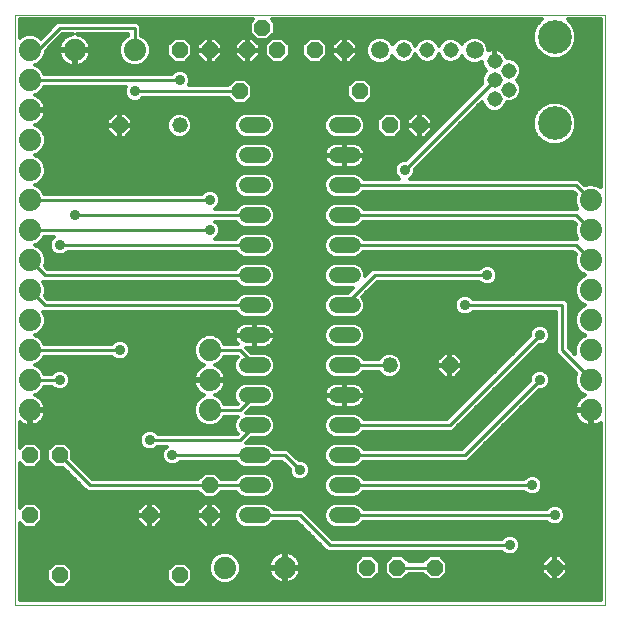
<source format=gbl>
G75*
%MOIN*%
%OFA0B0*%
%FSLAX25Y25*%
%IPPOS*%
%LPD*%
%AMOC8*
5,1,8,0,0,1.08239X$1,22.5*
%
%ADD10C,0.00000*%
%ADD11OC8,0.05200*%
%ADD12C,0.05200*%
%ADD13C,0.05150*%
%ADD14C,0.11220*%
%ADD15C,0.07400*%
%ADD16C,0.05200*%
%ADD17C,0.05937*%
%ADD18C,0.01200*%
%ADD19C,0.01000*%
%ADD20C,0.03562*%
D10*
X0001600Y0001600D02*
X0001600Y0198450D01*
X0198450Y0198450D01*
X0198450Y0001600D01*
X0001600Y0001600D01*
D11*
X0016600Y0011600D03*
X0006600Y0031600D03*
X0006600Y0051600D03*
X0016600Y0051600D03*
X0046600Y0031600D03*
X0066600Y0031600D03*
X0066600Y0041600D03*
X0056600Y0011600D03*
X0119100Y0014100D03*
X0129100Y0014100D03*
X0141600Y0014100D03*
X0181600Y0014100D03*
X0146600Y0081600D03*
X0136600Y0161600D03*
X0126600Y0161600D03*
X0116600Y0172850D03*
X0111600Y0186600D03*
X0101600Y0186600D03*
X0089100Y0186600D03*
X0084100Y0194100D03*
X0079100Y0186600D03*
X0066600Y0186600D03*
X0056600Y0186600D03*
X0076600Y0172850D03*
X0036600Y0161600D03*
D12*
X0056600Y0161600D03*
X0126600Y0081600D03*
D13*
X0161521Y0170301D03*
X0166246Y0173450D03*
X0161521Y0176600D03*
X0166246Y0179750D03*
X0161521Y0182899D03*
X0146974Y0186600D03*
X0139100Y0186600D03*
X0131226Y0186600D03*
D14*
X0181600Y0190970D03*
X0181600Y0162230D03*
D15*
X0193600Y0136600D03*
X0193600Y0126600D03*
X0193600Y0116600D03*
X0193600Y0106600D03*
X0193600Y0096600D03*
X0193600Y0086600D03*
X0193600Y0076600D03*
X0193600Y0066600D03*
X0091600Y0014100D03*
X0071600Y0014100D03*
X0066600Y0066600D03*
X0066600Y0076600D03*
X0066600Y0086600D03*
X0006600Y0086600D03*
X0006600Y0076600D03*
X0006600Y0066600D03*
X0006600Y0096600D03*
X0006600Y0106600D03*
X0006600Y0116600D03*
X0006600Y0126600D03*
X0006600Y0136600D03*
X0006600Y0146600D03*
X0006600Y0156600D03*
X0006600Y0166600D03*
X0006600Y0176600D03*
X0006600Y0186600D03*
X0021600Y0186600D03*
X0041600Y0186600D03*
D16*
X0079000Y0161600D02*
X0084200Y0161600D01*
X0084200Y0151600D02*
X0079000Y0151600D01*
X0079000Y0141600D02*
X0084200Y0141600D01*
X0084200Y0131600D02*
X0079000Y0131600D01*
X0079000Y0121600D02*
X0084200Y0121600D01*
X0084200Y0111600D02*
X0079000Y0111600D01*
X0079000Y0101600D02*
X0084200Y0101600D01*
X0084200Y0091600D02*
X0079000Y0091600D01*
X0079000Y0081600D02*
X0084200Y0081600D01*
X0084200Y0071600D02*
X0079000Y0071600D01*
X0079000Y0061600D02*
X0084200Y0061600D01*
X0084200Y0051600D02*
X0079000Y0051600D01*
X0079000Y0041600D02*
X0084200Y0041600D01*
X0084200Y0031600D02*
X0079000Y0031600D01*
X0109000Y0031600D02*
X0114200Y0031600D01*
X0114200Y0041600D02*
X0109000Y0041600D01*
X0109000Y0051600D02*
X0114200Y0051600D01*
X0114200Y0061600D02*
X0109000Y0061600D01*
X0109000Y0071600D02*
X0114200Y0071600D01*
X0114200Y0081600D02*
X0109000Y0081600D01*
X0109000Y0091600D02*
X0114200Y0091600D01*
X0114200Y0101600D02*
X0109000Y0101600D01*
X0109000Y0111600D02*
X0114200Y0111600D01*
X0114200Y0121600D02*
X0109000Y0121600D01*
X0109000Y0131600D02*
X0114200Y0131600D01*
X0114200Y0141600D02*
X0109000Y0141600D01*
X0109000Y0151600D02*
X0114200Y0151600D01*
X0114200Y0161600D02*
X0109000Y0161600D01*
D17*
X0123352Y0186600D03*
X0154848Y0186600D03*
D18*
X0158143Y0189766D02*
X0174390Y0189766D01*
X0174390Y0189536D02*
X0175487Y0186886D01*
X0177516Y0184858D01*
X0180166Y0183760D01*
X0183034Y0183760D01*
X0185684Y0184858D01*
X0187713Y0186886D01*
X0188810Y0189536D01*
X0188810Y0192404D01*
X0187713Y0195054D01*
X0185916Y0196850D01*
X0196850Y0196850D01*
X0196850Y0140845D01*
X0196602Y0141093D01*
X0194654Y0141900D01*
X0192546Y0141900D01*
X0191644Y0141526D01*
X0189470Y0143700D01*
X0133434Y0143700D01*
X0133515Y0143734D01*
X0134466Y0144685D01*
X0134981Y0145927D01*
X0134981Y0147011D01*
X0157374Y0169404D01*
X0157982Y0167936D01*
X0159156Y0166762D01*
X0160691Y0166126D01*
X0162352Y0166126D01*
X0163886Y0166762D01*
X0165060Y0167936D01*
X0165615Y0169276D01*
X0167076Y0169276D01*
X0168610Y0169911D01*
X0169785Y0171086D01*
X0170420Y0172620D01*
X0170420Y0174281D01*
X0169785Y0175815D01*
X0169000Y0176600D01*
X0169785Y0177385D01*
X0170420Y0178919D01*
X0170420Y0180580D01*
X0169785Y0182114D01*
X0168610Y0183289D01*
X0167076Y0183924D01*
X0165578Y0183924D01*
X0165390Y0184502D01*
X0165092Y0185087D01*
X0164706Y0185619D01*
X0164241Y0186084D01*
X0163709Y0186470D01*
X0163124Y0186768D01*
X0162499Y0186971D01*
X0161850Y0187074D01*
X0161709Y0187074D01*
X0161709Y0183087D01*
X0161334Y0183087D01*
X0161334Y0187074D01*
X0161193Y0187074D01*
X0160544Y0186971D01*
X0159919Y0186768D01*
X0159417Y0186512D01*
X0159417Y0187509D01*
X0158721Y0189188D01*
X0157436Y0190473D01*
X0155757Y0191168D01*
X0153939Y0191168D01*
X0152260Y0190473D01*
X0150975Y0189188D01*
X0150698Y0188519D01*
X0150513Y0188965D01*
X0149339Y0190139D01*
X0147804Y0190775D01*
X0146144Y0190775D01*
X0144609Y0190139D01*
X0143435Y0188965D01*
X0143037Y0188004D01*
X0142639Y0188965D01*
X0141465Y0190139D01*
X0139930Y0190775D01*
X0138270Y0190775D01*
X0136735Y0190139D01*
X0135561Y0188965D01*
X0135163Y0188004D01*
X0134765Y0188965D01*
X0133591Y0190139D01*
X0132056Y0190775D01*
X0130396Y0190775D01*
X0128861Y0190139D01*
X0127687Y0188965D01*
X0127502Y0188519D01*
X0127225Y0189188D01*
X0125940Y0190473D01*
X0124261Y0191168D01*
X0122443Y0191168D01*
X0120764Y0190473D01*
X0119479Y0189188D01*
X0118783Y0187509D01*
X0118783Y0185691D01*
X0119479Y0184012D01*
X0120764Y0182727D01*
X0122443Y0182031D01*
X0124261Y0182031D01*
X0125940Y0182727D01*
X0127225Y0184012D01*
X0127502Y0184681D01*
X0127687Y0184235D01*
X0128861Y0183061D01*
X0130396Y0182425D01*
X0132056Y0182425D01*
X0133591Y0183061D01*
X0134765Y0184235D01*
X0135163Y0185196D01*
X0135561Y0184235D01*
X0136735Y0183061D01*
X0138270Y0182425D01*
X0139930Y0182425D01*
X0141465Y0183061D01*
X0142639Y0184235D01*
X0143037Y0185196D01*
X0143435Y0184235D01*
X0144609Y0183061D01*
X0146144Y0182425D01*
X0147804Y0182425D01*
X0149339Y0183061D01*
X0150513Y0184235D01*
X0150698Y0184681D01*
X0150975Y0184012D01*
X0152260Y0182727D01*
X0153939Y0182031D01*
X0155757Y0182031D01*
X0157346Y0182690D01*
X0157346Y0182571D01*
X0157449Y0181922D01*
X0157652Y0181297D01*
X0157951Y0180711D01*
X0158337Y0180180D01*
X0158767Y0179750D01*
X0157982Y0178965D01*
X0157346Y0177430D01*
X0157346Y0175770D01*
X0157479Y0175449D01*
X0132011Y0149981D01*
X0130927Y0149981D01*
X0129685Y0149466D01*
X0128734Y0148515D01*
X0128219Y0147273D01*
X0128219Y0145927D01*
X0128734Y0144685D01*
X0129685Y0143734D01*
X0129766Y0143700D01*
X0117876Y0143700D01*
X0117761Y0143979D01*
X0116579Y0145161D01*
X0115035Y0145800D01*
X0108165Y0145800D01*
X0106621Y0145161D01*
X0105439Y0143979D01*
X0104800Y0142435D01*
X0104800Y0140765D01*
X0105439Y0139221D01*
X0106621Y0138039D01*
X0108165Y0137400D01*
X0115035Y0137400D01*
X0116579Y0138039D01*
X0117761Y0139221D01*
X0117876Y0139500D01*
X0187730Y0139500D01*
X0188674Y0138556D01*
X0188300Y0137654D01*
X0188300Y0135546D01*
X0189065Y0133700D01*
X0117876Y0133700D01*
X0117761Y0133979D01*
X0116579Y0135161D01*
X0115035Y0135800D01*
X0108165Y0135800D01*
X0106621Y0135161D01*
X0105439Y0133979D01*
X0104800Y0132435D01*
X0104800Y0130765D01*
X0105439Y0129221D01*
X0106621Y0128039D01*
X0108165Y0127400D01*
X0115035Y0127400D01*
X0116579Y0128039D01*
X0117761Y0129221D01*
X0117876Y0129500D01*
X0187730Y0129500D01*
X0188674Y0128556D01*
X0188300Y0127654D01*
X0188300Y0125546D01*
X0189065Y0123700D01*
X0117876Y0123700D01*
X0117761Y0123979D01*
X0116579Y0125161D01*
X0115035Y0125800D01*
X0108165Y0125800D01*
X0106621Y0125161D01*
X0105439Y0123979D01*
X0104800Y0122435D01*
X0104800Y0120765D01*
X0105439Y0119221D01*
X0106621Y0118039D01*
X0108165Y0117400D01*
X0115035Y0117400D01*
X0116579Y0118039D01*
X0117761Y0119221D01*
X0117876Y0119500D01*
X0187730Y0119500D01*
X0188674Y0118556D01*
X0188300Y0117654D01*
X0188300Y0115546D01*
X0189107Y0113598D01*
X0190598Y0112107D01*
X0191822Y0111600D01*
X0190598Y0111093D01*
X0189107Y0109602D01*
X0188300Y0107654D01*
X0188300Y0105546D01*
X0189107Y0103598D01*
X0190598Y0102107D01*
X0191822Y0101600D01*
X0190598Y0101093D01*
X0189107Y0099602D01*
X0188300Y0097654D01*
X0188300Y0095546D01*
X0189107Y0093598D01*
X0190598Y0092107D01*
X0191822Y0091600D01*
X0190598Y0091093D01*
X0189107Y0089602D01*
X0188300Y0087654D01*
X0188300Y0085546D01*
X0188424Y0085245D01*
X0186200Y0087470D01*
X0186200Y0102470D01*
X0184970Y0103700D01*
X0154282Y0103700D01*
X0153515Y0104466D01*
X0152273Y0104981D01*
X0150927Y0104981D01*
X0149685Y0104466D01*
X0148734Y0103515D01*
X0148219Y0102273D01*
X0148219Y0100927D01*
X0148734Y0099685D01*
X0149685Y0098734D01*
X0150927Y0098219D01*
X0152273Y0098219D01*
X0153515Y0098734D01*
X0154282Y0099500D01*
X0182000Y0099500D01*
X0182000Y0085730D01*
X0183230Y0084500D01*
X0188820Y0078910D01*
X0188300Y0077654D01*
X0188300Y0075546D01*
X0189107Y0073598D01*
X0190598Y0072107D01*
X0191828Y0071597D01*
X0191566Y0071512D01*
X0190822Y0071133D01*
X0190147Y0070643D01*
X0189557Y0070053D01*
X0189067Y0069378D01*
X0188688Y0068634D01*
X0188430Y0067841D01*
X0188300Y0067017D01*
X0188300Y0067000D01*
X0193200Y0067000D01*
X0193200Y0066200D01*
X0194000Y0066200D01*
X0194000Y0061300D01*
X0194017Y0061300D01*
X0194841Y0061430D01*
X0195634Y0061688D01*
X0196378Y0062067D01*
X0196850Y0062410D01*
X0196850Y0003200D01*
X0003200Y0003200D01*
X0003200Y0029060D01*
X0004860Y0027400D01*
X0008340Y0027400D01*
X0010800Y0029860D01*
X0010800Y0033340D01*
X0008340Y0035800D01*
X0004860Y0035800D01*
X0003200Y0034140D01*
X0003200Y0049060D01*
X0004860Y0047400D01*
X0008340Y0047400D01*
X0010800Y0049860D01*
X0010800Y0053340D01*
X0008340Y0055800D01*
X0004860Y0055800D01*
X0003200Y0054140D01*
X0003200Y0062519D01*
X0003822Y0062067D01*
X0004566Y0061688D01*
X0005359Y0061430D01*
X0006183Y0061300D01*
X0006200Y0061300D01*
X0006200Y0066200D01*
X0007000Y0066200D01*
X0007000Y0067000D01*
X0011900Y0067000D01*
X0011900Y0067017D01*
X0011769Y0067841D01*
X0011512Y0068634D01*
X0011133Y0069378D01*
X0010643Y0070053D01*
X0010053Y0070643D01*
X0009378Y0071133D01*
X0008634Y0071512D01*
X0008372Y0071597D01*
X0009602Y0072107D01*
X0011093Y0073598D01*
X0011467Y0074500D01*
X0013918Y0074500D01*
X0014685Y0073734D01*
X0015927Y0073219D01*
X0017273Y0073219D01*
X0018515Y0073734D01*
X0019466Y0074685D01*
X0019981Y0075927D01*
X0019981Y0077273D01*
X0019466Y0078515D01*
X0018515Y0079466D01*
X0017273Y0079981D01*
X0015927Y0079981D01*
X0014685Y0079466D01*
X0013918Y0078700D01*
X0011467Y0078700D01*
X0011093Y0079602D01*
X0009602Y0081093D01*
X0008378Y0081600D01*
X0009602Y0082107D01*
X0011093Y0083598D01*
X0011467Y0084500D01*
X0033918Y0084500D01*
X0034685Y0083734D01*
X0035927Y0083219D01*
X0037273Y0083219D01*
X0038515Y0083734D01*
X0039466Y0084685D01*
X0039981Y0085927D01*
X0039981Y0087273D01*
X0039466Y0088515D01*
X0038515Y0089466D01*
X0037273Y0089981D01*
X0035927Y0089981D01*
X0034685Y0089466D01*
X0033918Y0088700D01*
X0011467Y0088700D01*
X0011093Y0089602D01*
X0009602Y0091093D01*
X0008378Y0091600D01*
X0009602Y0092107D01*
X0011093Y0093598D01*
X0011900Y0095546D01*
X0011900Y0097654D01*
X0011135Y0099500D01*
X0075324Y0099500D01*
X0075439Y0099221D01*
X0076621Y0098039D01*
X0078165Y0097400D01*
X0085035Y0097400D01*
X0086579Y0098039D01*
X0087761Y0099221D01*
X0088400Y0100765D01*
X0088400Y0102435D01*
X0087761Y0103979D01*
X0086579Y0105161D01*
X0085035Y0105800D01*
X0078165Y0105800D01*
X0076621Y0105161D01*
X0075439Y0103979D01*
X0075324Y0103700D01*
X0012470Y0103700D01*
X0011526Y0104644D01*
X0011900Y0105546D01*
X0011900Y0107654D01*
X0011135Y0109500D01*
X0075324Y0109500D01*
X0075439Y0109221D01*
X0076621Y0108039D01*
X0078165Y0107400D01*
X0085035Y0107400D01*
X0086579Y0108039D01*
X0087761Y0109221D01*
X0088400Y0110765D01*
X0088400Y0112435D01*
X0087761Y0113979D01*
X0086579Y0115161D01*
X0085035Y0115800D01*
X0078165Y0115800D01*
X0076621Y0115161D01*
X0075439Y0113979D01*
X0075324Y0113700D01*
X0012470Y0113700D01*
X0011526Y0114644D01*
X0011900Y0115546D01*
X0011900Y0117654D01*
X0011093Y0119602D01*
X0009602Y0121093D01*
X0008378Y0121600D01*
X0009602Y0122107D01*
X0011093Y0123598D01*
X0011467Y0124500D01*
X0014766Y0124500D01*
X0014685Y0124466D01*
X0013734Y0123515D01*
X0013219Y0122273D01*
X0013219Y0120927D01*
X0013734Y0119685D01*
X0014685Y0118734D01*
X0015927Y0118219D01*
X0017273Y0118219D01*
X0018515Y0118734D01*
X0019282Y0119500D01*
X0075324Y0119500D01*
X0075439Y0119221D01*
X0076621Y0118039D01*
X0078165Y0117400D01*
X0085035Y0117400D01*
X0086579Y0118039D01*
X0087761Y0119221D01*
X0088400Y0120765D01*
X0088400Y0122435D01*
X0087761Y0123979D01*
X0086579Y0125161D01*
X0085035Y0125800D01*
X0078165Y0125800D01*
X0076621Y0125161D01*
X0075439Y0123979D01*
X0075324Y0123700D01*
X0068434Y0123700D01*
X0068515Y0123734D01*
X0069466Y0124685D01*
X0069981Y0125927D01*
X0069981Y0127273D01*
X0069466Y0128515D01*
X0068515Y0129466D01*
X0068434Y0129500D01*
X0075324Y0129500D01*
X0075439Y0129221D01*
X0076621Y0128039D01*
X0078165Y0127400D01*
X0085035Y0127400D01*
X0086579Y0128039D01*
X0087761Y0129221D01*
X0088400Y0130765D01*
X0088400Y0132435D01*
X0087761Y0133979D01*
X0086579Y0135161D01*
X0085035Y0135800D01*
X0078165Y0135800D01*
X0076621Y0135161D01*
X0075439Y0133979D01*
X0075324Y0133700D01*
X0068434Y0133700D01*
X0068515Y0133734D01*
X0069466Y0134685D01*
X0069981Y0135927D01*
X0069981Y0137273D01*
X0069466Y0138515D01*
X0068515Y0139466D01*
X0067273Y0139981D01*
X0065927Y0139981D01*
X0064685Y0139466D01*
X0063918Y0138700D01*
X0011467Y0138700D01*
X0011093Y0139602D01*
X0009602Y0141093D01*
X0008378Y0141600D01*
X0009602Y0142107D01*
X0011093Y0143598D01*
X0011900Y0145546D01*
X0011900Y0147654D01*
X0011093Y0149602D01*
X0009602Y0151093D01*
X0008378Y0151600D01*
X0009602Y0152107D01*
X0011093Y0153598D01*
X0011900Y0155546D01*
X0011900Y0157654D01*
X0011093Y0159602D01*
X0009602Y0161093D01*
X0008372Y0161603D01*
X0008634Y0161688D01*
X0009378Y0162067D01*
X0010053Y0162557D01*
X0010643Y0163147D01*
X0011133Y0163822D01*
X0011512Y0164566D01*
X0011769Y0165359D01*
X0011900Y0166183D01*
X0011900Y0166200D01*
X0007000Y0166200D01*
X0007000Y0167000D01*
X0011900Y0167000D01*
X0011900Y0167017D01*
X0011769Y0167841D01*
X0011512Y0168634D01*
X0011133Y0169378D01*
X0010643Y0170053D01*
X0010053Y0170643D01*
X0009378Y0171133D01*
X0008634Y0171512D01*
X0008372Y0171597D01*
X0009602Y0172107D01*
X0011093Y0173598D01*
X0011467Y0174500D01*
X0038624Y0174500D01*
X0038219Y0173523D01*
X0038219Y0172177D01*
X0038734Y0170935D01*
X0039685Y0169984D01*
X0040927Y0169469D01*
X0042273Y0169469D01*
X0043515Y0169984D01*
X0044282Y0170750D01*
X0072760Y0170750D01*
X0074860Y0168650D01*
X0078340Y0168650D01*
X0080800Y0171110D01*
X0080800Y0174590D01*
X0078340Y0177050D01*
X0074860Y0177050D01*
X0072760Y0174950D01*
X0059576Y0174950D01*
X0059981Y0175927D01*
X0059981Y0177273D01*
X0059466Y0178515D01*
X0058515Y0179466D01*
X0057273Y0179981D01*
X0055927Y0179981D01*
X0054685Y0179466D01*
X0053918Y0178700D01*
X0011467Y0178700D01*
X0011093Y0179602D01*
X0009602Y0181093D01*
X0008378Y0181600D01*
X0009602Y0182107D01*
X0011093Y0183598D01*
X0011900Y0185546D01*
X0011900Y0186281D01*
X0017470Y0191850D01*
X0020870Y0191850D01*
X0020359Y0191769D01*
X0019566Y0191512D01*
X0018822Y0191133D01*
X0018147Y0190643D01*
X0017557Y0190053D01*
X0017067Y0189378D01*
X0016688Y0188634D01*
X0016430Y0187841D01*
X0016300Y0187017D01*
X0016300Y0187000D01*
X0021200Y0187000D01*
X0021200Y0186200D01*
X0022000Y0186200D01*
X0022000Y0187000D01*
X0026900Y0187000D01*
X0026900Y0187017D01*
X0026769Y0187841D01*
X0026512Y0188634D01*
X0026133Y0189378D01*
X0025643Y0190053D01*
X0025053Y0190643D01*
X0024378Y0191133D01*
X0023634Y0191512D01*
X0022841Y0191769D01*
X0022330Y0191850D01*
X0039500Y0191850D01*
X0039500Y0191467D01*
X0038598Y0191093D01*
X0037107Y0189602D01*
X0036300Y0187654D01*
X0036300Y0185546D01*
X0037107Y0183598D01*
X0038598Y0182107D01*
X0040546Y0181300D01*
X0042654Y0181300D01*
X0044602Y0182107D01*
X0046093Y0183598D01*
X0046900Y0185546D01*
X0046900Y0187654D01*
X0046093Y0189602D01*
X0044602Y0191093D01*
X0043700Y0191467D01*
X0043700Y0194820D01*
X0042470Y0196050D01*
X0015730Y0196050D01*
X0014500Y0194820D01*
X0010188Y0190508D01*
X0009602Y0191093D01*
X0007654Y0191900D01*
X0005546Y0191900D01*
X0003598Y0191093D01*
X0003200Y0190695D01*
X0003200Y0196850D01*
X0080911Y0196850D01*
X0079900Y0195840D01*
X0079900Y0192360D01*
X0082360Y0189900D01*
X0085840Y0189900D01*
X0088300Y0192360D01*
X0088300Y0195840D01*
X0087289Y0196850D01*
X0177284Y0196850D01*
X0175487Y0195054D01*
X0174390Y0192404D01*
X0174390Y0189536D01*
X0174791Y0188568D02*
X0158978Y0188568D01*
X0159417Y0187369D02*
X0175287Y0187369D01*
X0176203Y0186171D02*
X0164121Y0186171D01*
X0165150Y0184972D02*
X0177401Y0184972D01*
X0180132Y0183774D02*
X0167440Y0183774D01*
X0169324Y0182575D02*
X0196850Y0182575D01*
X0196850Y0181377D02*
X0170090Y0181377D01*
X0170420Y0180178D02*
X0196850Y0180178D01*
X0196850Y0178980D02*
X0170420Y0178980D01*
X0169949Y0177781D02*
X0196850Y0177781D01*
X0196850Y0176583D02*
X0169017Y0176583D01*
X0169963Y0175384D02*
X0196850Y0175384D01*
X0196850Y0174186D02*
X0170420Y0174186D01*
X0170420Y0172987D02*
X0196850Y0172987D01*
X0196850Y0171789D02*
X0170076Y0171789D01*
X0169289Y0170590D02*
X0196850Y0170590D01*
X0196850Y0169392D02*
X0183151Y0169392D01*
X0183034Y0169440D02*
X0180166Y0169440D01*
X0177516Y0168342D01*
X0175487Y0166314D01*
X0174390Y0163664D01*
X0174390Y0160796D01*
X0175487Y0158146D01*
X0177516Y0156117D01*
X0180166Y0155020D01*
X0183034Y0155020D01*
X0185684Y0156117D01*
X0187713Y0158146D01*
X0188810Y0160796D01*
X0188810Y0163664D01*
X0187713Y0166314D01*
X0185684Y0168342D01*
X0183034Y0169440D01*
X0185834Y0168193D02*
X0196850Y0168193D01*
X0196850Y0166995D02*
X0187032Y0166995D01*
X0187927Y0165796D02*
X0196850Y0165796D01*
X0196850Y0164598D02*
X0188424Y0164598D01*
X0188810Y0163399D02*
X0196850Y0163399D01*
X0196850Y0162201D02*
X0188810Y0162201D01*
X0188810Y0161002D02*
X0196850Y0161002D01*
X0196850Y0159803D02*
X0188399Y0159803D01*
X0187903Y0158605D02*
X0196850Y0158605D01*
X0196850Y0157406D02*
X0186973Y0157406D01*
X0185775Y0156208D02*
X0196850Y0156208D01*
X0196850Y0155009D02*
X0142979Y0155009D01*
X0141781Y0153811D02*
X0196850Y0153811D01*
X0196850Y0152612D02*
X0140582Y0152612D01*
X0139384Y0151414D02*
X0196850Y0151414D01*
X0196850Y0150215D02*
X0138185Y0150215D01*
X0136987Y0149017D02*
X0196850Y0149017D01*
X0196850Y0147818D02*
X0135788Y0147818D01*
X0134981Y0146620D02*
X0196850Y0146620D01*
X0196850Y0145421D02*
X0134771Y0145421D01*
X0134004Y0144223D02*
X0196850Y0144223D01*
X0196850Y0143024D02*
X0190145Y0143024D01*
X0191344Y0141826D02*
X0192367Y0141826D01*
X0194833Y0141826D02*
X0196850Y0141826D01*
X0188677Y0134635D02*
X0117105Y0134635D01*
X0116770Y0138230D02*
X0188539Y0138230D01*
X0188300Y0137032D02*
X0069981Y0137032D01*
X0069942Y0135833D02*
X0188300Y0135833D01*
X0187801Y0139429D02*
X0117847Y0139429D01*
X0117517Y0144223D02*
X0129196Y0144223D01*
X0128429Y0145421D02*
X0115950Y0145421D01*
X0115184Y0147503D02*
X0115812Y0147708D01*
X0116401Y0148008D01*
X0116936Y0148396D01*
X0117404Y0148864D01*
X0117792Y0149399D01*
X0118092Y0149988D01*
X0118297Y0150616D01*
X0118400Y0151269D01*
X0118400Y0151400D01*
X0111800Y0151400D01*
X0111800Y0151800D01*
X0111400Y0151800D01*
X0111400Y0155800D01*
X0108669Y0155800D01*
X0108016Y0155697D01*
X0107388Y0155492D01*
X0106799Y0155192D01*
X0106264Y0154804D01*
X0105796Y0154336D01*
X0105408Y0153801D01*
X0105108Y0153212D01*
X0104903Y0152584D01*
X0104800Y0151931D01*
X0104800Y0151800D01*
X0111400Y0151800D01*
X0111400Y0151400D01*
X0111800Y0151400D01*
X0111800Y0147400D01*
X0114531Y0147400D01*
X0115184Y0147503D01*
X0116029Y0147818D02*
X0128445Y0147818D01*
X0128219Y0146620D02*
X0011900Y0146620D01*
X0011848Y0145421D02*
X0077250Y0145421D01*
X0076621Y0145161D02*
X0075439Y0143979D01*
X0074800Y0142435D01*
X0074800Y0140765D01*
X0075439Y0139221D01*
X0076621Y0138039D01*
X0078165Y0137400D01*
X0085035Y0137400D01*
X0086579Y0138039D01*
X0087761Y0139221D01*
X0088400Y0140765D01*
X0088400Y0142435D01*
X0087761Y0143979D01*
X0086579Y0145161D01*
X0085035Y0145800D01*
X0078165Y0145800D01*
X0076621Y0145161D01*
X0075683Y0144223D02*
X0011352Y0144223D01*
X0010520Y0143024D02*
X0075044Y0143024D01*
X0074800Y0141826D02*
X0008924Y0141826D01*
X0010068Y0140627D02*
X0074857Y0140627D01*
X0075353Y0139429D02*
X0068553Y0139429D01*
X0069584Y0138230D02*
X0076430Y0138230D01*
X0076095Y0134635D02*
X0069416Y0134635D01*
X0069339Y0128642D02*
X0076018Y0128642D01*
X0078059Y0127444D02*
X0069910Y0127444D01*
X0069981Y0126245D02*
X0188300Y0126245D01*
X0188300Y0127444D02*
X0115141Y0127444D01*
X0117182Y0128642D02*
X0188588Y0128642D01*
X0188507Y0125047D02*
X0116693Y0125047D01*
X0117815Y0123848D02*
X0189003Y0123848D01*
X0188176Y0119054D02*
X0117594Y0119054D01*
X0116135Y0117856D02*
X0188383Y0117856D01*
X0188300Y0116657D02*
X0011900Y0116657D01*
X0011864Y0115459D02*
X0077340Y0115459D01*
X0075720Y0114260D02*
X0011910Y0114260D01*
X0011817Y0117856D02*
X0077065Y0117856D01*
X0075606Y0119054D02*
X0018836Y0119054D01*
X0014364Y0119054D02*
X0011320Y0119054D01*
X0010443Y0120253D02*
X0013498Y0120253D01*
X0013219Y0121451D02*
X0008738Y0121451D01*
X0010145Y0122650D02*
X0013375Y0122650D01*
X0014067Y0123848D02*
X0011197Y0123848D01*
X0011150Y0109466D02*
X0075338Y0109466D01*
X0076393Y0108268D02*
X0011646Y0108268D01*
X0011900Y0107069D02*
X0114099Y0107069D01*
X0114430Y0107400D02*
X0112830Y0105800D01*
X0108165Y0105800D01*
X0106621Y0105161D01*
X0105439Y0103979D01*
X0104800Y0102435D01*
X0104800Y0100765D01*
X0105439Y0099221D01*
X0106621Y0098039D01*
X0108165Y0097400D01*
X0115035Y0097400D01*
X0116579Y0098039D01*
X0117761Y0099221D01*
X0118400Y0100765D01*
X0118400Y0102435D01*
X0117761Y0103979D01*
X0117355Y0104385D01*
X0122470Y0109500D01*
X0156418Y0109500D01*
X0157185Y0108734D01*
X0158427Y0108219D01*
X0159773Y0108219D01*
X0161015Y0108734D01*
X0161966Y0109685D01*
X0162481Y0110927D01*
X0162481Y0112273D01*
X0161966Y0113515D01*
X0161015Y0114466D01*
X0159773Y0114981D01*
X0158427Y0114981D01*
X0157185Y0114466D01*
X0156418Y0113700D01*
X0120730Y0113700D01*
X0118400Y0111370D01*
X0118400Y0112435D01*
X0117761Y0113979D01*
X0116579Y0115161D01*
X0115035Y0115800D01*
X0108165Y0115800D01*
X0106621Y0115161D01*
X0105439Y0113979D01*
X0104800Y0112435D01*
X0104800Y0110765D01*
X0105439Y0109221D01*
X0106621Y0108039D01*
X0108165Y0107400D01*
X0114430Y0107400D01*
X0112901Y0105870D02*
X0011900Y0105870D01*
X0011538Y0104672D02*
X0076132Y0104672D01*
X0075981Y0098679D02*
X0011475Y0098679D01*
X0011900Y0097481D02*
X0077969Y0097481D01*
X0078016Y0095697D02*
X0077388Y0095492D01*
X0076799Y0095192D01*
X0076264Y0094804D01*
X0075796Y0094336D01*
X0075408Y0093801D01*
X0075108Y0093212D01*
X0074903Y0092584D01*
X0074800Y0091931D01*
X0074800Y0091800D01*
X0081400Y0091800D01*
X0081400Y0095800D01*
X0078669Y0095800D01*
X0078016Y0095697D01*
X0076650Y0095084D02*
X0011709Y0095084D01*
X0011900Y0096282D02*
X0182000Y0096282D01*
X0182000Y0095084D02*
X0116656Y0095084D01*
X0116579Y0095161D02*
X0115035Y0095800D01*
X0108165Y0095800D01*
X0106621Y0095161D01*
X0105439Y0093979D01*
X0104800Y0092435D01*
X0104800Y0090765D01*
X0105439Y0089221D01*
X0106621Y0088039D01*
X0108165Y0087400D01*
X0115035Y0087400D01*
X0116579Y0088039D01*
X0117761Y0089221D01*
X0118400Y0090765D01*
X0118400Y0092435D01*
X0117761Y0093979D01*
X0116579Y0095161D01*
X0117799Y0093885D02*
X0174104Y0093885D01*
X0173734Y0093515D02*
X0173219Y0092273D01*
X0173219Y0091189D01*
X0145730Y0063700D01*
X0117876Y0063700D01*
X0117761Y0063979D01*
X0116579Y0065161D01*
X0115035Y0065800D01*
X0108165Y0065800D01*
X0106621Y0065161D01*
X0105439Y0063979D01*
X0104800Y0062435D01*
X0104800Y0060765D01*
X0105439Y0059221D01*
X0106621Y0058039D01*
X0108165Y0057400D01*
X0115035Y0057400D01*
X0116579Y0058039D01*
X0117761Y0059221D01*
X0117876Y0059500D01*
X0147470Y0059500D01*
X0176189Y0088219D01*
X0177273Y0088219D01*
X0178515Y0088734D01*
X0179466Y0089685D01*
X0179981Y0090927D01*
X0179981Y0092273D01*
X0179466Y0093515D01*
X0178515Y0094466D01*
X0177273Y0094981D01*
X0175927Y0094981D01*
X0174685Y0094466D01*
X0173734Y0093515D01*
X0173391Y0092687D02*
X0118296Y0092687D01*
X0118400Y0091488D02*
X0173219Y0091488D01*
X0172320Y0090290D02*
X0118203Y0090290D01*
X0117631Y0089091D02*
X0171121Y0089091D01*
X0169923Y0087893D02*
X0116225Y0087893D01*
X0115035Y0085800D02*
X0108165Y0085800D01*
X0106621Y0085161D01*
X0105439Y0083979D01*
X0104800Y0082435D01*
X0104800Y0080765D01*
X0105439Y0079221D01*
X0106621Y0078039D01*
X0108165Y0077400D01*
X0115035Y0077400D01*
X0116579Y0078039D01*
X0117761Y0079221D01*
X0117876Y0079500D01*
X0122924Y0079500D01*
X0123039Y0079221D01*
X0124221Y0078039D01*
X0125765Y0077400D01*
X0127435Y0077400D01*
X0128979Y0078039D01*
X0130161Y0079221D01*
X0130800Y0080765D01*
X0130800Y0082435D01*
X0130161Y0083979D01*
X0128979Y0085161D01*
X0127435Y0085800D01*
X0125765Y0085800D01*
X0124221Y0085161D01*
X0123039Y0083979D01*
X0122924Y0083700D01*
X0117876Y0083700D01*
X0117761Y0083979D01*
X0116579Y0085161D01*
X0115035Y0085800D01*
X0115770Y0085496D02*
X0125030Y0085496D01*
X0123358Y0084297D02*
X0117442Y0084297D01*
X0116844Y0078305D02*
X0123956Y0078305D01*
X0129244Y0078305D02*
X0143956Y0078305D01*
X0144860Y0077400D02*
X0142400Y0079860D01*
X0142400Y0081400D01*
X0146400Y0081400D01*
X0146800Y0081400D01*
X0146800Y0081800D01*
X0150800Y0081800D01*
X0150800Y0083340D01*
X0148340Y0085800D01*
X0146800Y0085800D01*
X0146800Y0081800D01*
X0146400Y0081800D01*
X0146400Y0085800D01*
X0144860Y0085800D01*
X0142400Y0083340D01*
X0142400Y0081800D01*
X0146400Y0081800D01*
X0146400Y0081400D01*
X0146400Y0077400D01*
X0144860Y0077400D01*
X0146400Y0078305D02*
X0146800Y0078305D01*
X0146800Y0077400D02*
X0148340Y0077400D01*
X0150800Y0079860D01*
X0150800Y0081400D01*
X0146800Y0081400D01*
X0146800Y0077400D01*
X0146800Y0079503D02*
X0146400Y0079503D01*
X0146400Y0080702D02*
X0146800Y0080702D01*
X0146800Y0081900D02*
X0146400Y0081900D01*
X0146400Y0083099D02*
X0146800Y0083099D01*
X0146800Y0084297D02*
X0146400Y0084297D01*
X0146400Y0085496D02*
X0146800Y0085496D01*
X0148644Y0085496D02*
X0167526Y0085496D01*
X0168724Y0086694D02*
X0079476Y0086694D01*
X0078770Y0087400D02*
X0081400Y0087400D01*
X0081400Y0091400D01*
X0074800Y0091400D01*
X0074800Y0091269D01*
X0074903Y0090616D01*
X0075108Y0089988D01*
X0075408Y0089399D01*
X0075796Y0088864D01*
X0075960Y0088700D01*
X0071467Y0088700D01*
X0071093Y0089602D01*
X0069602Y0091093D01*
X0067654Y0091900D01*
X0065546Y0091900D01*
X0063598Y0091093D01*
X0062107Y0089602D01*
X0061300Y0087654D01*
X0061300Y0085546D01*
X0062107Y0083598D01*
X0063598Y0082107D01*
X0064828Y0081597D01*
X0064566Y0081512D01*
X0063822Y0081133D01*
X0063147Y0080643D01*
X0062557Y0080053D01*
X0062067Y0079378D01*
X0061688Y0078634D01*
X0061430Y0077841D01*
X0061300Y0077017D01*
X0061300Y0077000D01*
X0066200Y0077000D01*
X0066200Y0076200D01*
X0061300Y0076200D01*
X0061300Y0076183D01*
X0061430Y0075359D01*
X0061688Y0074566D01*
X0062067Y0073822D01*
X0062557Y0073147D01*
X0063147Y0072557D01*
X0063822Y0072067D01*
X0064566Y0071688D01*
X0064828Y0071603D01*
X0063598Y0071093D01*
X0062107Y0069602D01*
X0061300Y0067654D01*
X0061300Y0065546D01*
X0062107Y0063598D01*
X0063598Y0062107D01*
X0065546Y0061300D01*
X0067654Y0061300D01*
X0069602Y0062107D01*
X0071093Y0063598D01*
X0071467Y0064500D01*
X0075960Y0064500D01*
X0075439Y0063979D01*
X0074800Y0062435D01*
X0074800Y0060765D01*
X0075439Y0059221D01*
X0075845Y0058815D01*
X0075730Y0058700D01*
X0049282Y0058700D01*
X0048515Y0059466D01*
X0047273Y0059981D01*
X0045927Y0059981D01*
X0044685Y0059466D01*
X0043734Y0058515D01*
X0043219Y0057273D01*
X0043219Y0055927D01*
X0043734Y0054685D01*
X0044685Y0053734D01*
X0045927Y0053219D01*
X0047273Y0053219D01*
X0048515Y0053734D01*
X0049282Y0054500D01*
X0052266Y0054500D01*
X0052185Y0054466D01*
X0051234Y0053515D01*
X0050719Y0052273D01*
X0050719Y0050927D01*
X0051234Y0049685D01*
X0052185Y0048734D01*
X0053427Y0048219D01*
X0054773Y0048219D01*
X0056015Y0048734D01*
X0056782Y0049500D01*
X0075324Y0049500D01*
X0075439Y0049221D01*
X0076621Y0048039D01*
X0078165Y0047400D01*
X0085035Y0047400D01*
X0086579Y0048039D01*
X0087761Y0049221D01*
X0087876Y0049500D01*
X0090730Y0049500D01*
X0093219Y0047011D01*
X0093219Y0045927D01*
X0093734Y0044685D01*
X0094685Y0043734D01*
X0095927Y0043219D01*
X0097273Y0043219D01*
X0098515Y0043734D01*
X0099466Y0044685D01*
X0099981Y0045927D01*
X0099981Y0047273D01*
X0099466Y0048515D01*
X0098515Y0049466D01*
X0097273Y0049981D01*
X0096189Y0049981D01*
X0092470Y0053700D01*
X0087876Y0053700D01*
X0087761Y0053979D01*
X0086579Y0055161D01*
X0085035Y0055800D01*
X0078770Y0055800D01*
X0080370Y0057400D01*
X0085035Y0057400D01*
X0086579Y0058039D01*
X0087761Y0059221D01*
X0088400Y0060765D01*
X0088400Y0062435D01*
X0087761Y0063979D01*
X0086579Y0065161D01*
X0085035Y0065800D01*
X0078770Y0065800D01*
X0080370Y0067400D01*
X0085035Y0067400D01*
X0086579Y0068039D01*
X0087761Y0069221D01*
X0088400Y0070765D01*
X0088400Y0072435D01*
X0087761Y0073979D01*
X0086579Y0075161D01*
X0085035Y0075800D01*
X0078165Y0075800D01*
X0076621Y0075161D01*
X0075439Y0073979D01*
X0074800Y0072435D01*
X0074800Y0070765D01*
X0075439Y0069221D01*
X0075845Y0068815D01*
X0075730Y0068700D01*
X0071467Y0068700D01*
X0071093Y0069602D01*
X0069602Y0071093D01*
X0068372Y0071603D01*
X0068634Y0071688D01*
X0069378Y0072067D01*
X0070053Y0072557D01*
X0070643Y0073147D01*
X0071133Y0073822D01*
X0071512Y0074566D01*
X0071769Y0075359D01*
X0071900Y0076183D01*
X0071900Y0076200D01*
X0067000Y0076200D01*
X0067000Y0077000D01*
X0071900Y0077000D01*
X0071900Y0077017D01*
X0071769Y0077841D01*
X0071512Y0078634D01*
X0071133Y0079378D01*
X0070643Y0080053D01*
X0070053Y0080643D01*
X0069378Y0081133D01*
X0068634Y0081512D01*
X0068372Y0081597D01*
X0069602Y0082107D01*
X0071093Y0083598D01*
X0071467Y0084500D01*
X0075730Y0084500D01*
X0075845Y0084385D01*
X0075439Y0083979D01*
X0074800Y0082435D01*
X0074800Y0080765D01*
X0075439Y0079221D01*
X0076621Y0078039D01*
X0078165Y0077400D01*
X0085035Y0077400D01*
X0086579Y0078039D01*
X0087761Y0079221D01*
X0088400Y0080765D01*
X0088400Y0082435D01*
X0087761Y0083979D01*
X0086579Y0085161D01*
X0085035Y0085800D01*
X0080370Y0085800D01*
X0078770Y0087400D01*
X0081400Y0087893D02*
X0081800Y0087893D01*
X0081800Y0087400D02*
X0084531Y0087400D01*
X0085184Y0087503D01*
X0085812Y0087708D01*
X0086401Y0088008D01*
X0086936Y0088396D01*
X0087404Y0088864D01*
X0087792Y0089399D01*
X0088092Y0089988D01*
X0088297Y0090616D01*
X0088400Y0091269D01*
X0088400Y0091400D01*
X0081800Y0091400D01*
X0081800Y0091800D01*
X0081400Y0091800D01*
X0081400Y0091400D01*
X0081800Y0091400D01*
X0081800Y0087400D01*
X0081800Y0089091D02*
X0081400Y0089091D01*
X0081400Y0090290D02*
X0081800Y0090290D01*
X0081800Y0091488D02*
X0104800Y0091488D01*
X0104904Y0092687D02*
X0088263Y0092687D01*
X0088297Y0092584D02*
X0088092Y0093212D01*
X0087792Y0093801D01*
X0087404Y0094336D01*
X0086936Y0094804D01*
X0086401Y0095192D01*
X0085812Y0095492D01*
X0085184Y0095697D01*
X0084531Y0095800D01*
X0081800Y0095800D01*
X0081800Y0091800D01*
X0088400Y0091800D01*
X0088400Y0091931D01*
X0088297Y0092584D01*
X0087731Y0093885D02*
X0105401Y0093885D01*
X0106544Y0095084D02*
X0086550Y0095084D01*
X0085231Y0097481D02*
X0107969Y0097481D01*
X0105981Y0098679D02*
X0087219Y0098679D01*
X0088033Y0099878D02*
X0105167Y0099878D01*
X0104800Y0101076D02*
X0088400Y0101076D01*
X0088400Y0102275D02*
X0104800Y0102275D01*
X0105230Y0103473D02*
X0087970Y0103473D01*
X0087068Y0104672D02*
X0106132Y0104672D01*
X0106393Y0108268D02*
X0086807Y0108268D01*
X0087862Y0109466D02*
X0105338Y0109466D01*
X0104841Y0110665D02*
X0088359Y0110665D01*
X0088400Y0111863D02*
X0104800Y0111863D01*
X0105059Y0113062D02*
X0088141Y0113062D01*
X0087480Y0114260D02*
X0105720Y0114260D01*
X0107340Y0115459D02*
X0085860Y0115459D01*
X0086135Y0117856D02*
X0107065Y0117856D01*
X0105606Y0119054D02*
X0087594Y0119054D01*
X0088188Y0120253D02*
X0105012Y0120253D01*
X0104800Y0121451D02*
X0088400Y0121451D01*
X0088311Y0122650D02*
X0104889Y0122650D01*
X0105385Y0123848D02*
X0087815Y0123848D01*
X0086693Y0125047D02*
X0106507Y0125047D01*
X0108059Y0127444D02*
X0085141Y0127444D01*
X0087182Y0128642D02*
X0106018Y0128642D01*
X0105183Y0129841D02*
X0088017Y0129841D01*
X0088400Y0131039D02*
X0104800Y0131039D01*
X0104800Y0132238D02*
X0088400Y0132238D01*
X0087985Y0133436D02*
X0105215Y0133436D01*
X0106095Y0134635D02*
X0087105Y0134635D01*
X0086770Y0138230D02*
X0106430Y0138230D01*
X0105353Y0139429D02*
X0087847Y0139429D01*
X0088343Y0140627D02*
X0104857Y0140627D01*
X0104800Y0141826D02*
X0088400Y0141826D01*
X0088156Y0143024D02*
X0105044Y0143024D01*
X0105683Y0144223D02*
X0087517Y0144223D01*
X0085950Y0145421D02*
X0107250Y0145421D01*
X0108016Y0147503D02*
X0108669Y0147400D01*
X0111400Y0147400D01*
X0111400Y0151400D01*
X0104800Y0151400D01*
X0104800Y0151269D01*
X0104903Y0150616D01*
X0105108Y0149988D01*
X0105408Y0149399D01*
X0105796Y0148864D01*
X0106264Y0148396D01*
X0106799Y0148008D01*
X0107388Y0147708D01*
X0108016Y0147503D01*
X0107171Y0147818D02*
X0086045Y0147818D01*
X0086579Y0148039D02*
X0085035Y0147400D01*
X0078165Y0147400D01*
X0076621Y0148039D01*
X0075439Y0149221D01*
X0074800Y0150765D01*
X0074800Y0152435D01*
X0075439Y0153979D01*
X0076621Y0155161D01*
X0078165Y0155800D01*
X0085035Y0155800D01*
X0086579Y0155161D01*
X0087761Y0153979D01*
X0088400Y0152435D01*
X0088400Y0150765D01*
X0087761Y0149221D01*
X0086579Y0148039D01*
X0087557Y0149017D02*
X0105685Y0149017D01*
X0105034Y0150215D02*
X0088173Y0150215D01*
X0088400Y0151414D02*
X0111400Y0151414D01*
X0111800Y0151414D02*
X0133444Y0151414D01*
X0134643Y0152612D02*
X0118287Y0152612D01*
X0118297Y0152584D02*
X0118092Y0153212D01*
X0117792Y0153801D01*
X0117404Y0154336D01*
X0116936Y0154804D01*
X0116401Y0155192D01*
X0115812Y0155492D01*
X0115184Y0155697D01*
X0114531Y0155800D01*
X0111800Y0155800D01*
X0111800Y0151800D01*
X0118400Y0151800D01*
X0118400Y0151931D01*
X0118297Y0152584D01*
X0117785Y0153811D02*
X0135841Y0153811D01*
X0137040Y0155009D02*
X0116653Y0155009D01*
X0115051Y0157406D02*
X0124854Y0157406D01*
X0124860Y0157400D02*
X0128340Y0157400D01*
X0130800Y0159860D01*
X0130800Y0163340D01*
X0128340Y0165800D01*
X0124860Y0165800D01*
X0122400Y0163340D01*
X0122400Y0159860D01*
X0124860Y0157400D01*
X0123655Y0158605D02*
X0117145Y0158605D01*
X0116579Y0158039D02*
X0117761Y0159221D01*
X0118400Y0160765D01*
X0118400Y0162435D01*
X0117761Y0163979D01*
X0116579Y0165161D01*
X0115035Y0165800D01*
X0108165Y0165800D01*
X0106621Y0165161D01*
X0105439Y0163979D01*
X0104800Y0162435D01*
X0104800Y0160765D01*
X0105439Y0159221D01*
X0106621Y0158039D01*
X0108165Y0157400D01*
X0115035Y0157400D01*
X0116579Y0158039D01*
X0118002Y0159803D02*
X0122457Y0159803D01*
X0122400Y0161002D02*
X0118400Y0161002D01*
X0118400Y0162201D02*
X0122400Y0162201D01*
X0122459Y0163399D02*
X0118001Y0163399D01*
X0117142Y0164598D02*
X0123658Y0164598D01*
X0124856Y0165796D02*
X0115045Y0165796D01*
X0114860Y0168650D02*
X0118340Y0168650D01*
X0120800Y0171110D01*
X0120800Y0174590D01*
X0118340Y0177050D01*
X0114860Y0177050D01*
X0112400Y0174590D01*
X0112400Y0171110D01*
X0114860Y0168650D01*
X0114119Y0169392D02*
X0079081Y0169392D01*
X0080280Y0170590D02*
X0112920Y0170590D01*
X0112400Y0171789D02*
X0080800Y0171789D01*
X0080800Y0172987D02*
X0112400Y0172987D01*
X0112400Y0174186D02*
X0080800Y0174186D01*
X0080006Y0175384D02*
X0113194Y0175384D01*
X0114393Y0176583D02*
X0078807Y0176583D01*
X0074393Y0176583D02*
X0059981Y0176583D01*
X0059770Y0177781D02*
X0157492Y0177781D01*
X0157346Y0176583D02*
X0118807Y0176583D01*
X0120006Y0175384D02*
X0157414Y0175384D01*
X0156216Y0174186D02*
X0120800Y0174186D01*
X0120800Y0172987D02*
X0155017Y0172987D01*
X0153819Y0171789D02*
X0120800Y0171789D01*
X0120280Y0170590D02*
X0152620Y0170590D01*
X0151422Y0169392D02*
X0119081Y0169392D01*
X0128344Y0165796D02*
X0134856Y0165796D01*
X0134860Y0165800D02*
X0132400Y0163340D01*
X0132400Y0161800D01*
X0136400Y0161800D01*
X0136400Y0165800D01*
X0134860Y0165800D01*
X0136400Y0165796D02*
X0136800Y0165796D01*
X0136800Y0165800D02*
X0138340Y0165800D01*
X0140800Y0163340D01*
X0140800Y0161800D01*
X0136800Y0161800D01*
X0136800Y0161400D01*
X0140800Y0161400D01*
X0140800Y0159860D01*
X0138340Y0157400D01*
X0136800Y0157400D01*
X0136800Y0161400D01*
X0136400Y0161400D01*
X0136400Y0157400D01*
X0134860Y0157400D01*
X0132400Y0159860D01*
X0132400Y0161400D01*
X0136400Y0161400D01*
X0136400Y0161800D01*
X0136800Y0161800D01*
X0136800Y0165800D01*
X0136800Y0164598D02*
X0136400Y0164598D01*
X0136400Y0163399D02*
X0136800Y0163399D01*
X0136800Y0162201D02*
X0136400Y0162201D01*
X0136400Y0161002D02*
X0136800Y0161002D01*
X0136800Y0159803D02*
X0136400Y0159803D01*
X0136400Y0158605D02*
X0136800Y0158605D01*
X0136800Y0157406D02*
X0136400Y0157406D01*
X0134854Y0157406D02*
X0128346Y0157406D01*
X0129545Y0158605D02*
X0133655Y0158605D01*
X0132457Y0159803D02*
X0130743Y0159803D01*
X0130800Y0161002D02*
X0132400Y0161002D01*
X0132400Y0162201D02*
X0130800Y0162201D01*
X0130741Y0163399D02*
X0132459Y0163399D01*
X0133658Y0164598D02*
X0129542Y0164598D01*
X0138344Y0165796D02*
X0147826Y0165796D01*
X0146628Y0164598D02*
X0139542Y0164598D01*
X0140741Y0163399D02*
X0145429Y0163399D01*
X0144231Y0162201D02*
X0140800Y0162201D01*
X0140800Y0161002D02*
X0143032Y0161002D01*
X0141834Y0159803D02*
X0140743Y0159803D01*
X0140635Y0158605D02*
X0139545Y0158605D01*
X0139437Y0157406D02*
X0138346Y0157406D01*
X0138238Y0156208D02*
X0011900Y0156208D01*
X0011900Y0157406D02*
X0034854Y0157406D01*
X0034860Y0157400D02*
X0036400Y0157400D01*
X0036400Y0161400D01*
X0036800Y0161400D01*
X0036800Y0161800D01*
X0040800Y0161800D01*
X0040800Y0163340D01*
X0038340Y0165800D01*
X0036800Y0165800D01*
X0036800Y0161800D01*
X0036400Y0161800D01*
X0036400Y0165800D01*
X0034860Y0165800D01*
X0032400Y0163340D01*
X0032400Y0161800D01*
X0036400Y0161800D01*
X0036400Y0161400D01*
X0032400Y0161400D01*
X0032400Y0159860D01*
X0034860Y0157400D01*
X0036400Y0157406D02*
X0036800Y0157406D01*
X0036800Y0157400D02*
X0038340Y0157400D01*
X0040800Y0159860D01*
X0040800Y0161400D01*
X0036800Y0161400D01*
X0036800Y0157400D01*
X0036800Y0158605D02*
X0036400Y0158605D01*
X0036400Y0159803D02*
X0036800Y0159803D01*
X0036800Y0161002D02*
X0036400Y0161002D01*
X0036400Y0162201D02*
X0036800Y0162201D01*
X0036800Y0163399D02*
X0036400Y0163399D01*
X0036400Y0164598D02*
X0036800Y0164598D01*
X0036800Y0165796D02*
X0036400Y0165796D01*
X0034856Y0165796D02*
X0011839Y0165796D01*
X0011522Y0164598D02*
X0033658Y0164598D01*
X0032459Y0163399D02*
X0010826Y0163399D01*
X0009562Y0162201D02*
X0032400Y0162201D01*
X0032400Y0161002D02*
X0009693Y0161002D01*
X0010892Y0159803D02*
X0032457Y0159803D01*
X0033655Y0158605D02*
X0011506Y0158605D01*
X0011678Y0155009D02*
X0076470Y0155009D01*
X0075370Y0153811D02*
X0011181Y0153811D01*
X0010108Y0152612D02*
X0074873Y0152612D01*
X0074800Y0151414D02*
X0008828Y0151414D01*
X0010480Y0150215D02*
X0075027Y0150215D01*
X0075643Y0149017D02*
X0011336Y0149017D01*
X0011832Y0147818D02*
X0077154Y0147818D01*
X0078165Y0157400D02*
X0085035Y0157400D01*
X0086579Y0158039D01*
X0087761Y0159221D01*
X0088400Y0160765D01*
X0088400Y0162435D01*
X0087761Y0163979D01*
X0086579Y0165161D01*
X0085035Y0165800D01*
X0078165Y0165800D01*
X0076621Y0165161D01*
X0075439Y0163979D01*
X0074800Y0162435D01*
X0074800Y0160765D01*
X0075439Y0159221D01*
X0076621Y0158039D01*
X0078165Y0157400D01*
X0078149Y0157406D02*
X0057451Y0157406D01*
X0057435Y0157400D02*
X0058979Y0158039D01*
X0060161Y0159221D01*
X0060800Y0160765D01*
X0060800Y0162435D01*
X0060161Y0163979D01*
X0058979Y0165161D01*
X0057435Y0165800D01*
X0055765Y0165800D01*
X0054221Y0165161D01*
X0053039Y0163979D01*
X0052400Y0162435D01*
X0052400Y0160765D01*
X0053039Y0159221D01*
X0054221Y0158039D01*
X0055765Y0157400D01*
X0057435Y0157400D01*
X0055749Y0157406D02*
X0038346Y0157406D01*
X0039545Y0158605D02*
X0053655Y0158605D01*
X0052798Y0159803D02*
X0040743Y0159803D01*
X0040800Y0161002D02*
X0052400Y0161002D01*
X0052400Y0162201D02*
X0040800Y0162201D01*
X0040741Y0163399D02*
X0052799Y0163399D01*
X0053658Y0164598D02*
X0039542Y0164598D01*
X0038344Y0165796D02*
X0055755Y0165796D01*
X0057445Y0165796D02*
X0078155Y0165796D01*
X0076058Y0164598D02*
X0059542Y0164598D01*
X0060401Y0163399D02*
X0075199Y0163399D01*
X0074800Y0162201D02*
X0060800Y0162201D01*
X0060800Y0161002D02*
X0074800Y0161002D01*
X0075198Y0159803D02*
X0060402Y0159803D01*
X0059545Y0158605D02*
X0076055Y0158605D01*
X0085051Y0157406D02*
X0108149Y0157406D01*
X0106055Y0158605D02*
X0087145Y0158605D01*
X0088002Y0159803D02*
X0105198Y0159803D01*
X0104800Y0161002D02*
X0088400Y0161002D01*
X0088400Y0162201D02*
X0104800Y0162201D01*
X0105199Y0163399D02*
X0088001Y0163399D01*
X0087142Y0164598D02*
X0106058Y0164598D01*
X0108155Y0165796D02*
X0085045Y0165796D01*
X0086730Y0155009D02*
X0106547Y0155009D01*
X0105415Y0153811D02*
X0087830Y0153811D01*
X0088327Y0152612D02*
X0104913Y0152612D01*
X0111400Y0152612D02*
X0111800Y0152612D01*
X0111800Y0153811D02*
X0111400Y0153811D01*
X0111400Y0155009D02*
X0111800Y0155009D01*
X0111800Y0150215D02*
X0111400Y0150215D01*
X0111400Y0149017D02*
X0111800Y0149017D01*
X0111800Y0147818D02*
X0111400Y0147818D01*
X0117515Y0149017D02*
X0129235Y0149017D01*
X0132246Y0150215D02*
X0118166Y0150215D01*
X0144178Y0156208D02*
X0177425Y0156208D01*
X0176227Y0157406D02*
X0145376Y0157406D01*
X0146575Y0158605D02*
X0175297Y0158605D01*
X0174801Y0159803D02*
X0147773Y0159803D01*
X0148972Y0161002D02*
X0174390Y0161002D01*
X0174390Y0162201D02*
X0150170Y0162201D01*
X0151369Y0163399D02*
X0174390Y0163399D01*
X0174776Y0164598D02*
X0152567Y0164598D01*
X0153766Y0165796D02*
X0175273Y0165796D01*
X0176168Y0166995D02*
X0164119Y0166995D01*
X0165167Y0168193D02*
X0177366Y0168193D01*
X0180049Y0169392D02*
X0167356Y0169392D01*
X0158923Y0166995D02*
X0154964Y0166995D01*
X0156163Y0168193D02*
X0157876Y0168193D01*
X0157379Y0169392D02*
X0157361Y0169392D01*
X0150223Y0168193D02*
X0011655Y0168193D01*
X0011123Y0169392D02*
X0074119Y0169392D01*
X0072920Y0170590D02*
X0044122Y0170590D01*
X0039078Y0170590D02*
X0010105Y0170590D01*
X0008834Y0171789D02*
X0038380Y0171789D01*
X0038219Y0172987D02*
X0010482Y0172987D01*
X0011337Y0174186D02*
X0038494Y0174186D01*
X0040361Y0181377D02*
X0022501Y0181377D01*
X0022841Y0181430D02*
X0023634Y0181688D01*
X0024378Y0182067D01*
X0025053Y0182557D01*
X0025643Y0183147D01*
X0026133Y0183822D01*
X0026512Y0184566D01*
X0026769Y0185359D01*
X0026900Y0186183D01*
X0026900Y0186200D01*
X0022000Y0186200D01*
X0022000Y0181300D01*
X0022017Y0181300D01*
X0022841Y0181430D01*
X0022000Y0181377D02*
X0021200Y0181377D01*
X0021200Y0181300D02*
X0021200Y0186200D01*
X0016300Y0186200D01*
X0016300Y0186183D01*
X0016430Y0185359D01*
X0016688Y0184566D01*
X0017067Y0183822D01*
X0017557Y0183147D01*
X0018147Y0182557D01*
X0018822Y0182067D01*
X0019566Y0181688D01*
X0020359Y0181430D01*
X0021183Y0181300D01*
X0021200Y0181300D01*
X0020699Y0181377D02*
X0008918Y0181377D01*
X0010071Y0182575D02*
X0018129Y0182575D01*
X0017102Y0183774D02*
X0011166Y0183774D01*
X0011662Y0184972D02*
X0016556Y0184972D01*
X0016302Y0186171D02*
X0011900Y0186171D01*
X0012989Y0187369D02*
X0016356Y0187369D01*
X0016667Y0188568D02*
X0014187Y0188568D01*
X0015386Y0189766D02*
X0017349Y0189766D01*
X0016584Y0190965D02*
X0018591Y0190965D01*
X0021200Y0186171D02*
X0022000Y0186171D01*
X0022000Y0184972D02*
X0021200Y0184972D01*
X0021200Y0183774D02*
X0022000Y0183774D01*
X0022000Y0182575D02*
X0021200Y0182575D01*
X0025071Y0182575D02*
X0038129Y0182575D01*
X0037034Y0183774D02*
X0026098Y0183774D01*
X0026644Y0184972D02*
X0036538Y0184972D01*
X0036300Y0186171D02*
X0026898Y0186171D01*
X0026844Y0187369D02*
X0036300Y0187369D01*
X0036678Y0188568D02*
X0026533Y0188568D01*
X0025851Y0189766D02*
X0037271Y0189766D01*
X0038469Y0190965D02*
X0024609Y0190965D01*
X0015439Y0195759D02*
X0003200Y0195759D01*
X0003200Y0194560D02*
X0014240Y0194560D01*
X0013042Y0193362D02*
X0003200Y0193362D01*
X0003200Y0192163D02*
X0011843Y0192163D01*
X0010645Y0190965D02*
X0009731Y0190965D01*
X0003469Y0190965D02*
X0003200Y0190965D01*
X0010517Y0180178D02*
X0158338Y0180178D01*
X0157997Y0178980D02*
X0059002Y0178980D01*
X0058340Y0182400D02*
X0054860Y0182400D01*
X0052400Y0184860D01*
X0052400Y0188340D01*
X0054860Y0190800D01*
X0058340Y0190800D01*
X0060800Y0188340D01*
X0060800Y0184860D01*
X0058340Y0182400D01*
X0058515Y0182575D02*
X0064685Y0182575D01*
X0064860Y0182400D02*
X0066400Y0182400D01*
X0066400Y0186400D01*
X0066800Y0186400D01*
X0066800Y0186800D01*
X0070800Y0186800D01*
X0070800Y0188340D01*
X0068340Y0190800D01*
X0066800Y0190800D01*
X0066800Y0186800D01*
X0066400Y0186800D01*
X0066400Y0190800D01*
X0064860Y0190800D01*
X0062400Y0188340D01*
X0062400Y0186800D01*
X0066400Y0186800D01*
X0066400Y0186400D01*
X0062400Y0186400D01*
X0062400Y0184860D01*
X0064860Y0182400D01*
X0066400Y0182575D02*
X0066800Y0182575D01*
X0066800Y0182400D02*
X0068340Y0182400D01*
X0070800Y0184860D01*
X0070800Y0186400D01*
X0066800Y0186400D01*
X0066800Y0182400D01*
X0066800Y0183774D02*
X0066400Y0183774D01*
X0066400Y0184972D02*
X0066800Y0184972D01*
X0066800Y0186171D02*
X0066400Y0186171D01*
X0066400Y0187369D02*
X0066800Y0187369D01*
X0066800Y0188568D02*
X0066400Y0188568D01*
X0066400Y0189766D02*
X0066800Y0189766D01*
X0069373Y0189766D02*
X0076327Y0189766D01*
X0077360Y0190800D02*
X0074900Y0188340D01*
X0074900Y0186800D01*
X0078900Y0186800D01*
X0078900Y0190800D01*
X0077360Y0190800D01*
X0078900Y0189766D02*
X0079300Y0189766D01*
X0079300Y0190800D02*
X0079300Y0186800D01*
X0083300Y0186800D01*
X0083300Y0188340D01*
X0080840Y0190800D01*
X0079300Y0190800D01*
X0080097Y0192163D02*
X0043700Y0192163D01*
X0043700Y0193362D02*
X0079900Y0193362D01*
X0079900Y0194560D02*
X0043700Y0194560D01*
X0042761Y0195759D02*
X0079900Y0195759D01*
X0081296Y0190965D02*
X0044731Y0190965D01*
X0045929Y0189766D02*
X0053827Y0189766D01*
X0052628Y0188568D02*
X0046522Y0188568D01*
X0046900Y0187369D02*
X0052400Y0187369D01*
X0052400Y0186171D02*
X0046900Y0186171D01*
X0046662Y0184972D02*
X0052400Y0184972D01*
X0053487Y0183774D02*
X0046166Y0183774D01*
X0045071Y0182575D02*
X0054685Y0182575D01*
X0054198Y0178980D02*
X0011351Y0178980D01*
X0007000Y0166995D02*
X0149025Y0166995D01*
X0157626Y0181377D02*
X0042839Y0181377D01*
X0059713Y0183774D02*
X0063487Y0183774D01*
X0062400Y0184972D02*
X0060800Y0184972D01*
X0060800Y0186171D02*
X0062400Y0186171D01*
X0062400Y0187369D02*
X0060800Y0187369D01*
X0060572Y0188568D02*
X0062628Y0188568D01*
X0063827Y0189766D02*
X0059373Y0189766D01*
X0068515Y0182575D02*
X0077185Y0182575D01*
X0077360Y0182400D02*
X0078900Y0182400D01*
X0078900Y0186400D01*
X0079300Y0186400D01*
X0079300Y0186800D01*
X0078900Y0186800D01*
X0078900Y0186400D01*
X0074900Y0186400D01*
X0074900Y0184860D01*
X0077360Y0182400D01*
X0078900Y0182575D02*
X0079300Y0182575D01*
X0079300Y0182400D02*
X0080840Y0182400D01*
X0083300Y0184860D01*
X0083300Y0186400D01*
X0079300Y0186400D01*
X0079300Y0182400D01*
X0079300Y0183774D02*
X0078900Y0183774D01*
X0078900Y0184972D02*
X0079300Y0184972D01*
X0079300Y0186171D02*
X0078900Y0186171D01*
X0078900Y0187369D02*
X0079300Y0187369D01*
X0079300Y0188568D02*
X0078900Y0188568D01*
X0081873Y0189766D02*
X0086327Y0189766D01*
X0086904Y0190965D02*
X0121951Y0190965D01*
X0120057Y0189766D02*
X0114373Y0189766D01*
X0113340Y0190800D02*
X0111800Y0190800D01*
X0111800Y0186800D01*
X0115800Y0186800D01*
X0115800Y0188340D01*
X0113340Y0190800D01*
X0111800Y0189766D02*
X0111400Y0189766D01*
X0111400Y0190800D02*
X0109860Y0190800D01*
X0107400Y0188340D01*
X0107400Y0186800D01*
X0111400Y0186800D01*
X0111400Y0190800D01*
X0111400Y0188568D02*
X0111800Y0188568D01*
X0111800Y0187369D02*
X0111400Y0187369D01*
X0111400Y0186800D02*
X0111800Y0186800D01*
X0111800Y0186400D01*
X0115800Y0186400D01*
X0115800Y0184860D01*
X0113340Y0182400D01*
X0111800Y0182400D01*
X0111800Y0186400D01*
X0111400Y0186400D01*
X0111400Y0182400D01*
X0109860Y0182400D01*
X0107400Y0184860D01*
X0107400Y0186400D01*
X0111400Y0186400D01*
X0111400Y0186800D01*
X0111400Y0186171D02*
X0111800Y0186171D01*
X0111800Y0184972D02*
X0111400Y0184972D01*
X0111400Y0183774D02*
X0111800Y0183774D01*
X0111800Y0182575D02*
X0111400Y0182575D01*
X0109685Y0182575D02*
X0103515Y0182575D01*
X0103340Y0182400D02*
X0105800Y0184860D01*
X0105800Y0188340D01*
X0103340Y0190800D01*
X0099860Y0190800D01*
X0097400Y0188340D01*
X0097400Y0184860D01*
X0099860Y0182400D01*
X0103340Y0182400D01*
X0104713Y0183774D02*
X0108487Y0183774D01*
X0107400Y0184972D02*
X0105800Y0184972D01*
X0105800Y0186171D02*
X0107400Y0186171D01*
X0107400Y0187369D02*
X0105800Y0187369D01*
X0105572Y0188568D02*
X0107628Y0188568D01*
X0108827Y0189766D02*
X0104373Y0189766D01*
X0098827Y0189766D02*
X0091873Y0189766D01*
X0090840Y0190800D02*
X0087360Y0190800D01*
X0084900Y0188340D01*
X0084900Y0184860D01*
X0087360Y0182400D01*
X0090840Y0182400D01*
X0093300Y0184860D01*
X0093300Y0188340D01*
X0090840Y0190800D01*
X0093072Y0188568D02*
X0097628Y0188568D01*
X0097400Y0187369D02*
X0093300Y0187369D01*
X0093300Y0186171D02*
X0097400Y0186171D01*
X0097400Y0184972D02*
X0093300Y0184972D01*
X0092213Y0183774D02*
X0098487Y0183774D01*
X0099685Y0182575D02*
X0091015Y0182575D01*
X0087185Y0182575D02*
X0081015Y0182575D01*
X0082213Y0183774D02*
X0085987Y0183774D01*
X0084900Y0184972D02*
X0083300Y0184972D01*
X0083300Y0186171D02*
X0084900Y0186171D01*
X0084900Y0187369D02*
X0083300Y0187369D01*
X0083072Y0188568D02*
X0085128Y0188568D01*
X0088103Y0192163D02*
X0174390Y0192163D01*
X0174390Y0190965D02*
X0156249Y0190965D01*
X0153448Y0190965D02*
X0124752Y0190965D01*
X0126647Y0189766D02*
X0128488Y0189766D01*
X0127522Y0188568D02*
X0127482Y0188568D01*
X0126987Y0183774D02*
X0128148Y0183774D01*
X0130033Y0182575D02*
X0125573Y0182575D01*
X0121131Y0182575D02*
X0113515Y0182575D01*
X0114713Y0183774D02*
X0119717Y0183774D01*
X0119081Y0184972D02*
X0115800Y0184972D01*
X0115800Y0186171D02*
X0118783Y0186171D01*
X0118783Y0187369D02*
X0115800Y0187369D01*
X0115572Y0188568D02*
X0119222Y0188568D01*
X0132419Y0182575D02*
X0137907Y0182575D01*
X0136022Y0183774D02*
X0134304Y0183774D01*
X0135070Y0184972D02*
X0135255Y0184972D01*
X0135396Y0188568D02*
X0134930Y0188568D01*
X0133964Y0189766D02*
X0136362Y0189766D01*
X0141838Y0189766D02*
X0144236Y0189766D01*
X0143270Y0188568D02*
X0142804Y0188568D01*
X0142945Y0184972D02*
X0143129Y0184972D01*
X0143896Y0183774D02*
X0142178Y0183774D01*
X0140293Y0182575D02*
X0145781Y0182575D01*
X0148167Y0182575D02*
X0152627Y0182575D01*
X0151213Y0183774D02*
X0150052Y0183774D01*
X0150678Y0188568D02*
X0150718Y0188568D01*
X0151553Y0189766D02*
X0149712Y0189766D01*
X0157069Y0182575D02*
X0157346Y0182575D01*
X0161334Y0183774D02*
X0161709Y0183774D01*
X0161709Y0184972D02*
X0161334Y0184972D01*
X0161334Y0186171D02*
X0161709Y0186171D01*
X0174786Y0193362D02*
X0088300Y0193362D01*
X0088300Y0194560D02*
X0175283Y0194560D01*
X0176192Y0195759D02*
X0088300Y0195759D01*
X0075128Y0188568D02*
X0070572Y0188568D01*
X0070800Y0187369D02*
X0074900Y0187369D01*
X0074900Y0186171D02*
X0070800Y0186171D01*
X0070800Y0184972D02*
X0074900Y0184972D01*
X0075987Y0183774D02*
X0069713Y0183774D01*
X0073194Y0175384D02*
X0059756Y0175384D01*
X0064647Y0139429D02*
X0011165Y0139429D01*
X0011212Y0093885D02*
X0075469Y0093885D01*
X0074937Y0092687D02*
X0010182Y0092687D01*
X0008648Y0091488D02*
X0064552Y0091488D01*
X0062795Y0090290D02*
X0010405Y0090290D01*
X0011305Y0089091D02*
X0034310Y0089091D01*
X0038890Y0089091D02*
X0061895Y0089091D01*
X0061399Y0087893D02*
X0039724Y0087893D01*
X0039981Y0086694D02*
X0061300Y0086694D01*
X0061321Y0085496D02*
X0039802Y0085496D01*
X0039079Y0084297D02*
X0061817Y0084297D01*
X0062606Y0083099D02*
X0010594Y0083099D01*
X0011383Y0084297D02*
X0034121Y0084297D01*
X0019554Y0078305D02*
X0061581Y0078305D01*
X0061314Y0077106D02*
X0019981Y0077106D01*
X0019973Y0075908D02*
X0061344Y0075908D01*
X0061642Y0074709D02*
X0019476Y0074709D01*
X0017977Y0073511D02*
X0062293Y0073511D01*
X0063485Y0072312D02*
X0009807Y0072312D01*
X0009404Y0071114D02*
X0063647Y0071114D01*
X0062420Y0069915D02*
X0010743Y0069915D01*
X0011470Y0068717D02*
X0061740Y0068717D01*
X0061300Y0067518D02*
X0011821Y0067518D01*
X0011900Y0066200D02*
X0007000Y0066200D01*
X0007000Y0061300D01*
X0007017Y0061300D01*
X0007841Y0061430D01*
X0008634Y0061688D01*
X0009378Y0062067D01*
X0010053Y0062557D01*
X0010643Y0063147D01*
X0011133Y0063822D01*
X0011512Y0064566D01*
X0011769Y0065359D01*
X0011900Y0066183D01*
X0011900Y0066200D01*
X0011692Y0065121D02*
X0061476Y0065121D01*
X0061300Y0066320D02*
X0007000Y0066320D01*
X0007000Y0065121D02*
X0006200Y0065121D01*
X0006200Y0063923D02*
X0007000Y0063923D01*
X0007000Y0062724D02*
X0006200Y0062724D01*
X0006200Y0061526D02*
X0007000Y0061526D01*
X0008134Y0061526D02*
X0065001Y0061526D01*
X0062981Y0062724D02*
X0010219Y0062724D01*
X0011184Y0063923D02*
X0061972Y0063923D01*
X0068199Y0061526D02*
X0074800Y0061526D01*
X0074920Y0062724D02*
X0070219Y0062724D01*
X0071228Y0063923D02*
X0075416Y0063923D01*
X0074981Y0060327D02*
X0003200Y0060327D01*
X0003200Y0059129D02*
X0044347Y0059129D01*
X0043491Y0057930D02*
X0003200Y0057930D01*
X0003200Y0056732D02*
X0043219Y0056732D01*
X0043382Y0055533D02*
X0018607Y0055533D01*
X0018340Y0055800D02*
X0014860Y0055800D01*
X0012400Y0053340D01*
X0012400Y0049860D01*
X0014860Y0047400D01*
X0017830Y0047400D01*
X0025730Y0039500D01*
X0062760Y0039500D01*
X0064860Y0037400D01*
X0068340Y0037400D01*
X0070440Y0039500D01*
X0075324Y0039500D01*
X0075439Y0039221D01*
X0076621Y0038039D01*
X0078165Y0037400D01*
X0085035Y0037400D01*
X0086579Y0038039D01*
X0087761Y0039221D01*
X0088400Y0040765D01*
X0088400Y0042435D01*
X0087761Y0043979D01*
X0086579Y0045161D01*
X0085035Y0045800D01*
X0078165Y0045800D01*
X0076621Y0045161D01*
X0075439Y0043979D01*
X0075324Y0043700D01*
X0070440Y0043700D01*
X0068340Y0045800D01*
X0064860Y0045800D01*
X0062760Y0043700D01*
X0027470Y0043700D01*
X0020800Y0050370D01*
X0020800Y0053340D01*
X0018340Y0055800D01*
X0019805Y0054334D02*
X0044084Y0054334D01*
X0049116Y0054334D02*
X0052053Y0054334D01*
X0051077Y0053136D02*
X0020800Y0053136D01*
X0020800Y0051937D02*
X0050719Y0051937D01*
X0050797Y0050739D02*
X0020800Y0050739D01*
X0021629Y0049540D02*
X0051378Y0049540D01*
X0053130Y0048342D02*
X0022828Y0048342D01*
X0024026Y0047143D02*
X0093087Y0047143D01*
X0093219Y0045945D02*
X0025225Y0045945D01*
X0026423Y0044746D02*
X0063807Y0044746D01*
X0069393Y0044746D02*
X0076207Y0044746D01*
X0076318Y0048342D02*
X0055070Y0048342D01*
X0048853Y0059129D02*
X0075532Y0059129D01*
X0079701Y0056732D02*
X0153762Y0056732D01*
X0154960Y0057930D02*
X0116315Y0057930D01*
X0117668Y0059129D02*
X0156159Y0059129D01*
X0157357Y0060327D02*
X0148297Y0060327D01*
X0149495Y0061526D02*
X0158556Y0061526D01*
X0159754Y0062724D02*
X0150694Y0062724D01*
X0151892Y0063923D02*
X0160953Y0063923D01*
X0162151Y0065121D02*
X0153091Y0065121D01*
X0154289Y0066320D02*
X0163350Y0066320D01*
X0164548Y0067518D02*
X0155488Y0067518D01*
X0156686Y0068717D02*
X0165747Y0068717D01*
X0166945Y0069915D02*
X0157885Y0069915D01*
X0159084Y0071114D02*
X0168144Y0071114D01*
X0169342Y0072312D02*
X0160282Y0072312D01*
X0161481Y0073511D02*
X0170541Y0073511D01*
X0171739Y0074709D02*
X0162679Y0074709D01*
X0163878Y0075908D02*
X0172938Y0075908D01*
X0173219Y0076189D02*
X0150730Y0053700D01*
X0117876Y0053700D01*
X0117761Y0053979D01*
X0116579Y0055161D01*
X0115035Y0055800D01*
X0108165Y0055800D01*
X0106621Y0055161D01*
X0105439Y0053979D01*
X0104800Y0052435D01*
X0104800Y0050765D01*
X0105439Y0049221D01*
X0106621Y0048039D01*
X0108165Y0047400D01*
X0115035Y0047400D01*
X0116579Y0048039D01*
X0117761Y0049221D01*
X0117876Y0049500D01*
X0152470Y0049500D01*
X0176189Y0073219D01*
X0177273Y0073219D01*
X0178515Y0073734D01*
X0179466Y0074685D01*
X0179981Y0075927D01*
X0179981Y0077273D01*
X0179466Y0078515D01*
X0178515Y0079466D01*
X0177273Y0079981D01*
X0175927Y0079981D01*
X0174685Y0079466D01*
X0173734Y0078515D01*
X0173219Y0077273D01*
X0173219Y0076189D01*
X0173219Y0077106D02*
X0165076Y0077106D01*
X0166275Y0078305D02*
X0173646Y0078305D01*
X0174774Y0079503D02*
X0167473Y0079503D01*
X0168672Y0080702D02*
X0187028Y0080702D01*
X0185830Y0081900D02*
X0169870Y0081900D01*
X0171069Y0083099D02*
X0184631Y0083099D01*
X0183433Y0084297D02*
X0172267Y0084297D01*
X0173466Y0085496D02*
X0182234Y0085496D01*
X0182000Y0086694D02*
X0174664Y0086694D01*
X0175863Y0087893D02*
X0182000Y0087893D01*
X0182000Y0089091D02*
X0178873Y0089091D01*
X0179717Y0090290D02*
X0182000Y0090290D01*
X0182000Y0091488D02*
X0179981Y0091488D01*
X0179809Y0092687D02*
X0182000Y0092687D01*
X0182000Y0093885D02*
X0179096Y0093885D01*
X0182000Y0097481D02*
X0115231Y0097481D01*
X0117219Y0098679D02*
X0149816Y0098679D01*
X0148654Y0099878D02*
X0118033Y0099878D01*
X0118400Y0101076D02*
X0148219Y0101076D01*
X0148220Y0102275D02*
X0118400Y0102275D01*
X0117970Y0103473D02*
X0148716Y0103473D01*
X0150181Y0104672D02*
X0117642Y0104672D01*
X0118840Y0105870D02*
X0188300Y0105870D01*
X0188300Y0107069D02*
X0120039Y0107069D01*
X0121237Y0108268D02*
X0158310Y0108268D01*
X0159890Y0108268D02*
X0188554Y0108268D01*
X0189050Y0109466D02*
X0161748Y0109466D01*
X0162372Y0110665D02*
X0190169Y0110665D01*
X0191186Y0111863D02*
X0162481Y0111863D01*
X0162154Y0113062D02*
X0189643Y0113062D01*
X0188833Y0114260D02*
X0161222Y0114260D01*
X0156978Y0114260D02*
X0117480Y0114260D01*
X0118141Y0113062D02*
X0120092Y0113062D01*
X0118893Y0111863D02*
X0118400Y0111863D01*
X0115860Y0115459D02*
X0188336Y0115459D01*
X0188662Y0104672D02*
X0153019Y0104672D01*
X0156452Y0109466D02*
X0122436Y0109466D01*
X0104997Y0090290D02*
X0088190Y0090290D01*
X0087569Y0089091D02*
X0105569Y0089091D01*
X0106975Y0087893D02*
X0086176Y0087893D01*
X0085770Y0085496D02*
X0107430Y0085496D01*
X0105758Y0084297D02*
X0087442Y0084297D01*
X0088125Y0083099D02*
X0105075Y0083099D01*
X0104800Y0081900D02*
X0088400Y0081900D01*
X0088374Y0080702D02*
X0104826Y0080702D01*
X0105322Y0079503D02*
X0087878Y0079503D01*
X0086844Y0078305D02*
X0106356Y0078305D01*
X0107388Y0075492D02*
X0108016Y0075697D01*
X0108669Y0075800D01*
X0111400Y0075800D01*
X0111400Y0071800D01*
X0111800Y0071800D01*
X0111800Y0075800D01*
X0114531Y0075800D01*
X0115184Y0075697D01*
X0115812Y0075492D01*
X0116401Y0075192D01*
X0116936Y0074804D01*
X0117404Y0074336D01*
X0117792Y0073801D01*
X0118092Y0073212D01*
X0118297Y0072584D01*
X0118400Y0071931D01*
X0118400Y0071800D01*
X0111800Y0071800D01*
X0111800Y0071400D01*
X0118400Y0071400D01*
X0118400Y0071269D01*
X0118297Y0070616D01*
X0118092Y0069988D01*
X0117792Y0069399D01*
X0117404Y0068864D01*
X0116936Y0068396D01*
X0116401Y0068008D01*
X0115812Y0067708D01*
X0115184Y0067503D01*
X0114531Y0067400D01*
X0111800Y0067400D01*
X0111800Y0071400D01*
X0111400Y0071400D01*
X0111400Y0067400D01*
X0108669Y0067400D01*
X0108016Y0067503D01*
X0107388Y0067708D01*
X0106799Y0068008D01*
X0106264Y0068396D01*
X0105796Y0068864D01*
X0105408Y0069399D01*
X0105108Y0069988D01*
X0104903Y0070616D01*
X0104800Y0071269D01*
X0104800Y0071400D01*
X0111400Y0071400D01*
X0111400Y0071800D01*
X0104800Y0071800D01*
X0104800Y0071931D01*
X0104903Y0072584D01*
X0105108Y0073212D01*
X0105408Y0073801D01*
X0105796Y0074336D01*
X0106264Y0074804D01*
X0106799Y0075192D01*
X0107388Y0075492D01*
X0106170Y0074709D02*
X0087030Y0074709D01*
X0087955Y0073511D02*
X0105260Y0073511D01*
X0104860Y0072312D02*
X0088400Y0072312D01*
X0088400Y0071114D02*
X0104825Y0071114D01*
X0105145Y0069915D02*
X0088048Y0069915D01*
X0087256Y0068717D02*
X0105944Y0068717D01*
X0107971Y0067518D02*
X0085321Y0067518D01*
X0086619Y0065121D02*
X0106581Y0065121D01*
X0105416Y0063923D02*
X0087784Y0063923D01*
X0088280Y0062724D02*
X0104920Y0062724D01*
X0104800Y0061526D02*
X0088400Y0061526D01*
X0088219Y0060327D02*
X0104981Y0060327D01*
X0105532Y0059129D02*
X0087668Y0059129D01*
X0086315Y0057930D02*
X0106885Y0057930D01*
X0107520Y0055533D02*
X0085680Y0055533D01*
X0087405Y0054334D02*
X0105795Y0054334D01*
X0105090Y0053136D02*
X0093034Y0053136D01*
X0094232Y0051937D02*
X0104800Y0051937D01*
X0104811Y0050739D02*
X0095431Y0050739D01*
X0098336Y0049540D02*
X0105307Y0049540D01*
X0106318Y0048342D02*
X0099538Y0048342D01*
X0099981Y0047143D02*
X0196850Y0047143D01*
X0196850Y0045945D02*
X0099981Y0045945D01*
X0099492Y0044746D02*
X0106207Y0044746D01*
X0106621Y0045161D02*
X0105439Y0043979D01*
X0104800Y0042435D01*
X0104800Y0040765D01*
X0105439Y0039221D01*
X0106621Y0038039D01*
X0108165Y0037400D01*
X0115035Y0037400D01*
X0116579Y0038039D01*
X0117761Y0039221D01*
X0117876Y0039500D01*
X0171418Y0039500D01*
X0172185Y0038734D01*
X0173427Y0038219D01*
X0174773Y0038219D01*
X0176015Y0038734D01*
X0176966Y0039685D01*
X0177481Y0040927D01*
X0177481Y0042273D01*
X0176966Y0043515D01*
X0176015Y0044466D01*
X0174773Y0044981D01*
X0173427Y0044981D01*
X0172185Y0044466D01*
X0171418Y0043700D01*
X0117876Y0043700D01*
X0117761Y0043979D01*
X0116579Y0045161D01*
X0115035Y0045800D01*
X0108165Y0045800D01*
X0106621Y0045161D01*
X0105261Y0043548D02*
X0098067Y0043548D01*
X0095133Y0043548D02*
X0087939Y0043548D01*
X0088400Y0042349D02*
X0104800Y0042349D01*
X0104800Y0041151D02*
X0088400Y0041151D01*
X0088064Y0039952D02*
X0105136Y0039952D01*
X0105906Y0038754D02*
X0087294Y0038754D01*
X0085410Y0037555D02*
X0107790Y0037555D01*
X0108165Y0035800D02*
X0106621Y0035161D01*
X0105439Y0033979D01*
X0104800Y0032435D01*
X0104800Y0030765D01*
X0105439Y0029221D01*
X0106621Y0028039D01*
X0108165Y0027400D01*
X0115035Y0027400D01*
X0116579Y0028039D01*
X0117761Y0029221D01*
X0117876Y0029500D01*
X0178918Y0029500D01*
X0179685Y0028734D01*
X0180927Y0028219D01*
X0182273Y0028219D01*
X0183515Y0028734D01*
X0184466Y0029685D01*
X0184981Y0030927D01*
X0184981Y0032273D01*
X0184466Y0033515D01*
X0183515Y0034466D01*
X0182273Y0034981D01*
X0180927Y0034981D01*
X0179685Y0034466D01*
X0178918Y0033700D01*
X0117876Y0033700D01*
X0117761Y0033979D01*
X0116579Y0035161D01*
X0115035Y0035800D01*
X0108165Y0035800D01*
X0106619Y0035158D02*
X0086581Y0035158D01*
X0086579Y0035161D02*
X0085035Y0035800D01*
X0078165Y0035800D01*
X0076621Y0035161D01*
X0075439Y0033979D01*
X0074800Y0032435D01*
X0074800Y0030765D01*
X0075439Y0029221D01*
X0076621Y0028039D01*
X0078165Y0027400D01*
X0085035Y0027400D01*
X0086579Y0028039D01*
X0087761Y0029221D01*
X0087876Y0029500D01*
X0095730Y0029500D01*
X0104500Y0020730D01*
X0105730Y0019500D01*
X0163918Y0019500D01*
X0164685Y0018734D01*
X0165927Y0018219D01*
X0167273Y0018219D01*
X0168515Y0018734D01*
X0169466Y0019685D01*
X0169981Y0020927D01*
X0169981Y0022273D01*
X0169466Y0023515D01*
X0168515Y0024466D01*
X0167273Y0024981D01*
X0165927Y0024981D01*
X0164685Y0024466D01*
X0163918Y0023700D01*
X0107470Y0023700D01*
X0097470Y0033700D01*
X0087876Y0033700D01*
X0087761Y0033979D01*
X0086579Y0035161D01*
X0087769Y0033960D02*
X0105431Y0033960D01*
X0104935Y0032761D02*
X0098409Y0032761D01*
X0099607Y0031563D02*
X0104800Y0031563D01*
X0104966Y0030364D02*
X0100806Y0030364D01*
X0102004Y0029166D02*
X0105495Y0029166D01*
X0106795Y0027967D02*
X0103203Y0027967D01*
X0104401Y0026769D02*
X0196850Y0026769D01*
X0196850Y0027967D02*
X0116405Y0027967D01*
X0117705Y0029166D02*
X0179253Y0029166D01*
X0183947Y0029166D02*
X0196850Y0029166D01*
X0196850Y0030364D02*
X0184748Y0030364D01*
X0184981Y0031563D02*
X0196850Y0031563D01*
X0196850Y0032761D02*
X0184779Y0032761D01*
X0184022Y0033960D02*
X0196850Y0033960D01*
X0196850Y0035158D02*
X0116581Y0035158D01*
X0117769Y0033960D02*
X0179178Y0033960D01*
X0176035Y0038754D02*
X0196850Y0038754D01*
X0196850Y0039952D02*
X0177077Y0039952D01*
X0177481Y0041151D02*
X0196850Y0041151D01*
X0196850Y0042349D02*
X0177449Y0042349D01*
X0176934Y0043548D02*
X0196850Y0043548D01*
X0196850Y0044746D02*
X0175339Y0044746D01*
X0172861Y0044746D02*
X0116993Y0044746D01*
X0116882Y0048342D02*
X0196850Y0048342D01*
X0196850Y0049540D02*
X0152510Y0049540D01*
X0153709Y0050739D02*
X0196850Y0050739D01*
X0196850Y0051937D02*
X0154907Y0051937D01*
X0156106Y0053136D02*
X0196850Y0053136D01*
X0196850Y0054334D02*
X0157304Y0054334D01*
X0158503Y0055533D02*
X0196850Y0055533D01*
X0196850Y0056732D02*
X0159701Y0056732D01*
X0160900Y0057930D02*
X0196850Y0057930D01*
X0196850Y0059129D02*
X0162098Y0059129D01*
X0163297Y0060327D02*
X0196850Y0060327D01*
X0196850Y0061526D02*
X0195134Y0061526D01*
X0194000Y0061526D02*
X0193200Y0061526D01*
X0193200Y0061300D02*
X0193200Y0066200D01*
X0188300Y0066200D01*
X0188300Y0066183D01*
X0188430Y0065359D01*
X0188688Y0064566D01*
X0189067Y0063822D01*
X0189557Y0063147D01*
X0190147Y0062557D01*
X0190822Y0062067D01*
X0191566Y0061688D01*
X0192359Y0061430D01*
X0193183Y0061300D01*
X0193200Y0061300D01*
X0192066Y0061526D02*
X0164495Y0061526D01*
X0165694Y0062724D02*
X0189981Y0062724D01*
X0189016Y0063923D02*
X0166892Y0063923D01*
X0168091Y0065121D02*
X0188508Y0065121D01*
X0188379Y0067518D02*
X0170488Y0067518D01*
X0169289Y0066320D02*
X0193200Y0066320D01*
X0193200Y0065121D02*
X0194000Y0065121D01*
X0194000Y0063923D02*
X0193200Y0063923D01*
X0193200Y0062724D02*
X0194000Y0062724D01*
X0188730Y0068717D02*
X0171686Y0068717D01*
X0172885Y0069915D02*
X0189457Y0069915D01*
X0190796Y0071114D02*
X0174084Y0071114D01*
X0175282Y0072312D02*
X0190392Y0072312D01*
X0189194Y0073511D02*
X0177977Y0073511D01*
X0179476Y0074709D02*
X0188647Y0074709D01*
X0188300Y0075908D02*
X0179973Y0075908D01*
X0179981Y0077106D02*
X0188300Y0077106D01*
X0188569Y0078305D02*
X0179554Y0078305D01*
X0178426Y0079503D02*
X0188227Y0079503D01*
X0188174Y0085496D02*
X0188321Y0085496D01*
X0188300Y0086694D02*
X0186976Y0086694D01*
X0186200Y0087893D02*
X0188399Y0087893D01*
X0188895Y0089091D02*
X0186200Y0089091D01*
X0186200Y0090290D02*
X0189795Y0090290D01*
X0191552Y0091488D02*
X0186200Y0091488D01*
X0186200Y0092687D02*
X0190018Y0092687D01*
X0188988Y0093885D02*
X0186200Y0093885D01*
X0186200Y0095084D02*
X0188491Y0095084D01*
X0188300Y0096282D02*
X0186200Y0096282D01*
X0186200Y0097481D02*
X0188300Y0097481D01*
X0188725Y0098679D02*
X0186200Y0098679D01*
X0186200Y0099878D02*
X0189383Y0099878D01*
X0190581Y0101076D02*
X0186200Y0101076D01*
X0186200Y0102275D02*
X0190430Y0102275D01*
X0189231Y0103473D02*
X0185196Y0103473D01*
X0182000Y0098679D02*
X0153384Y0098679D01*
X0149842Y0084297D02*
X0166327Y0084297D01*
X0165129Y0083099D02*
X0150800Y0083099D01*
X0150800Y0081900D02*
X0163930Y0081900D01*
X0162732Y0080702D02*
X0150800Y0080702D01*
X0150443Y0079503D02*
X0161533Y0079503D01*
X0160335Y0078305D02*
X0149244Y0078305D01*
X0142757Y0079503D02*
X0130278Y0079503D01*
X0130774Y0080702D02*
X0142400Y0080702D01*
X0142400Y0081900D02*
X0130800Y0081900D01*
X0130525Y0083099D02*
X0142400Y0083099D01*
X0143358Y0084297D02*
X0129842Y0084297D01*
X0128170Y0085496D02*
X0144556Y0085496D01*
X0155541Y0073511D02*
X0117940Y0073511D01*
X0118340Y0072312D02*
X0154342Y0072312D01*
X0153144Y0071114D02*
X0118375Y0071114D01*
X0118055Y0069915D02*
X0151945Y0069915D01*
X0150747Y0068717D02*
X0117256Y0068717D01*
X0115229Y0067518D02*
X0149548Y0067518D01*
X0148350Y0066320D02*
X0079289Y0066320D01*
X0075747Y0068717D02*
X0071460Y0068717D01*
X0070780Y0069915D02*
X0075152Y0069915D01*
X0074800Y0071114D02*
X0069553Y0071114D01*
X0069715Y0072312D02*
X0074800Y0072312D01*
X0075245Y0073511D02*
X0070907Y0073511D01*
X0071558Y0074709D02*
X0076170Y0074709D01*
X0076356Y0078305D02*
X0071619Y0078305D01*
X0071886Y0077106D02*
X0159136Y0077106D01*
X0157938Y0075908D02*
X0071856Y0075908D01*
X0071042Y0079503D02*
X0075322Y0079503D01*
X0074826Y0080702D02*
X0069971Y0080702D01*
X0069103Y0081900D02*
X0074800Y0081900D01*
X0075075Y0083099D02*
X0070594Y0083099D01*
X0071383Y0084297D02*
X0075758Y0084297D01*
X0075631Y0089091D02*
X0071305Y0089091D01*
X0070405Y0090290D02*
X0075010Y0090290D01*
X0068648Y0091488D02*
X0081400Y0091488D01*
X0081400Y0092687D02*
X0081800Y0092687D01*
X0081800Y0093885D02*
X0081400Y0093885D01*
X0081400Y0095084D02*
X0081800Y0095084D01*
X0064097Y0081900D02*
X0009103Y0081900D01*
X0009994Y0080702D02*
X0063229Y0080702D01*
X0062158Y0079503D02*
X0018426Y0079503D01*
X0014774Y0079503D02*
X0011134Y0079503D01*
X0011006Y0073511D02*
X0015223Y0073511D01*
X0005066Y0061526D02*
X0003200Y0061526D01*
X0003200Y0055533D02*
X0004593Y0055533D01*
X0003395Y0054334D02*
X0003200Y0054334D01*
X0008607Y0055533D02*
X0014593Y0055533D01*
X0013395Y0054334D02*
X0009805Y0054334D01*
X0010800Y0053136D02*
X0012400Y0053136D01*
X0012400Y0051937D02*
X0010800Y0051937D01*
X0010800Y0050739D02*
X0012400Y0050739D01*
X0012720Y0049540D02*
X0010480Y0049540D01*
X0009282Y0048342D02*
X0013918Y0048342D01*
X0018087Y0047143D02*
X0003200Y0047143D01*
X0003200Y0045945D02*
X0019285Y0045945D01*
X0020484Y0044746D02*
X0003200Y0044746D01*
X0003200Y0043548D02*
X0021682Y0043548D01*
X0022881Y0042349D02*
X0003200Y0042349D01*
X0003200Y0041151D02*
X0024079Y0041151D01*
X0025278Y0039952D02*
X0003200Y0039952D01*
X0003200Y0038754D02*
X0063506Y0038754D01*
X0064705Y0037555D02*
X0003200Y0037555D01*
X0003200Y0036357D02*
X0196850Y0036357D01*
X0196850Y0037555D02*
X0115410Y0037555D01*
X0117294Y0038754D02*
X0172165Y0038754D01*
X0168610Y0024372D02*
X0196850Y0024372D01*
X0196850Y0025570D02*
X0105600Y0025570D01*
X0106798Y0024372D02*
X0164590Y0024372D01*
X0169608Y0023173D02*
X0196850Y0023173D01*
X0196850Y0021975D02*
X0169981Y0021975D01*
X0169918Y0020776D02*
X0196850Y0020776D01*
X0196850Y0019578D02*
X0169359Y0019578D01*
X0167659Y0018379D02*
X0196850Y0018379D01*
X0196850Y0017181D02*
X0184459Y0017181D01*
X0183340Y0018300D02*
X0181800Y0018300D01*
X0181800Y0014300D01*
X0185800Y0014300D01*
X0185800Y0015840D01*
X0183340Y0018300D01*
X0181800Y0017181D02*
X0181400Y0017181D01*
X0181400Y0018300D02*
X0179860Y0018300D01*
X0177400Y0015840D01*
X0177400Y0014300D01*
X0181400Y0014300D01*
X0181400Y0018300D01*
X0181400Y0015982D02*
X0181800Y0015982D01*
X0181800Y0014784D02*
X0181400Y0014784D01*
X0181400Y0014300D02*
X0181800Y0014300D01*
X0181800Y0013900D01*
X0185800Y0013900D01*
X0185800Y0012360D01*
X0183340Y0009900D01*
X0181800Y0009900D01*
X0181800Y0013900D01*
X0181400Y0013900D01*
X0181400Y0009900D01*
X0179860Y0009900D01*
X0177400Y0012360D01*
X0177400Y0013900D01*
X0181400Y0013900D01*
X0181400Y0014300D01*
X0181400Y0013585D02*
X0181800Y0013585D01*
X0181800Y0012387D02*
X0181400Y0012387D01*
X0181400Y0011188D02*
X0181800Y0011188D01*
X0181800Y0009990D02*
X0181400Y0009990D01*
X0179771Y0009990D02*
X0143429Y0009990D01*
X0143340Y0009900D02*
X0145800Y0012360D01*
X0145800Y0015840D01*
X0143340Y0018300D01*
X0139860Y0018300D01*
X0137760Y0016200D01*
X0132940Y0016200D01*
X0130840Y0018300D01*
X0127360Y0018300D01*
X0124900Y0015840D01*
X0124900Y0012360D01*
X0127360Y0009900D01*
X0130840Y0009900D01*
X0132940Y0012000D01*
X0137760Y0012000D01*
X0139860Y0009900D01*
X0143340Y0009900D01*
X0144628Y0011188D02*
X0178572Y0011188D01*
X0177400Y0012387D02*
X0145800Y0012387D01*
X0145800Y0013585D02*
X0177400Y0013585D01*
X0177400Y0014784D02*
X0145800Y0014784D01*
X0145658Y0015982D02*
X0177542Y0015982D01*
X0178741Y0017181D02*
X0144459Y0017181D01*
X0138741Y0017181D02*
X0131959Y0017181D01*
X0126241Y0017181D02*
X0121959Y0017181D01*
X0120840Y0018300D02*
X0117360Y0018300D01*
X0114900Y0015840D01*
X0114900Y0012360D01*
X0117360Y0009900D01*
X0120840Y0009900D01*
X0123300Y0012360D01*
X0123300Y0015840D01*
X0120840Y0018300D01*
X0123158Y0015982D02*
X0125042Y0015982D01*
X0124900Y0014784D02*
X0123300Y0014784D01*
X0123300Y0013585D02*
X0124900Y0013585D01*
X0124900Y0012387D02*
X0123300Y0012387D01*
X0122128Y0011188D02*
X0126072Y0011188D01*
X0127271Y0009990D02*
X0120929Y0009990D01*
X0117271Y0009990D02*
X0094959Y0009990D01*
X0095053Y0010057D02*
X0095643Y0010647D01*
X0096133Y0011322D01*
X0096512Y0012066D01*
X0096769Y0012859D01*
X0096900Y0013683D01*
X0096900Y0013700D01*
X0092000Y0013700D01*
X0092000Y0014500D01*
X0091200Y0014500D01*
X0091200Y0019400D01*
X0091183Y0019400D01*
X0090359Y0019269D01*
X0089566Y0019012D01*
X0088822Y0018633D01*
X0088147Y0018143D01*
X0087557Y0017553D01*
X0087067Y0016878D01*
X0086688Y0016134D01*
X0086430Y0015341D01*
X0086300Y0014517D01*
X0086300Y0014500D01*
X0091200Y0014500D01*
X0091200Y0013700D01*
X0086300Y0013700D01*
X0086300Y0013683D01*
X0086430Y0012859D01*
X0086688Y0012066D01*
X0087067Y0011322D01*
X0087557Y0010647D01*
X0088147Y0010057D01*
X0088822Y0009567D01*
X0089566Y0009188D01*
X0090359Y0008930D01*
X0091183Y0008800D01*
X0091200Y0008800D01*
X0091200Y0013700D01*
X0092000Y0013700D01*
X0092000Y0008800D01*
X0092017Y0008800D01*
X0092841Y0008930D01*
X0093634Y0009188D01*
X0094378Y0009567D01*
X0095053Y0010057D01*
X0096036Y0011188D02*
X0116072Y0011188D01*
X0114900Y0012387D02*
X0096616Y0012387D01*
X0096884Y0013585D02*
X0114900Y0013585D01*
X0114900Y0014784D02*
X0096858Y0014784D01*
X0096900Y0014517D02*
X0096769Y0015341D01*
X0096512Y0016134D01*
X0096133Y0016878D01*
X0095643Y0017553D01*
X0095053Y0018143D01*
X0094378Y0018633D01*
X0093634Y0019012D01*
X0092841Y0019269D01*
X0092017Y0019400D01*
X0092000Y0019400D01*
X0092000Y0014500D01*
X0096900Y0014500D01*
X0096900Y0014517D01*
X0096561Y0015982D02*
X0115042Y0015982D01*
X0116241Y0017181D02*
X0095913Y0017181D01*
X0094727Y0018379D02*
X0165541Y0018379D01*
X0183429Y0009990D02*
X0196850Y0009990D01*
X0196850Y0011188D02*
X0184628Y0011188D01*
X0185800Y0012387D02*
X0196850Y0012387D01*
X0196850Y0013585D02*
X0185800Y0013585D01*
X0185800Y0014784D02*
X0196850Y0014784D01*
X0196850Y0015982D02*
X0185658Y0015982D01*
X0196850Y0008791D02*
X0059731Y0008791D01*
X0060800Y0009860D02*
X0058340Y0007400D01*
X0054860Y0007400D01*
X0052400Y0009860D01*
X0052400Y0013340D01*
X0054860Y0015800D01*
X0058340Y0015800D01*
X0060800Y0013340D01*
X0060800Y0009860D01*
X0060800Y0009990D02*
X0068215Y0009990D01*
X0068598Y0009607D02*
X0067107Y0011098D01*
X0066300Y0013046D01*
X0066300Y0015154D01*
X0067107Y0017102D01*
X0068598Y0018593D01*
X0070546Y0019400D01*
X0072654Y0019400D01*
X0074602Y0018593D01*
X0076093Y0017102D01*
X0076900Y0015154D01*
X0076900Y0013046D01*
X0076093Y0011098D01*
X0074602Y0009607D01*
X0072654Y0008800D01*
X0070546Y0008800D01*
X0068598Y0009607D01*
X0067069Y0011188D02*
X0060800Y0011188D01*
X0060800Y0012387D02*
X0066573Y0012387D01*
X0066300Y0013585D02*
X0060555Y0013585D01*
X0059356Y0014784D02*
X0066300Y0014784D01*
X0066643Y0015982D02*
X0003200Y0015982D01*
X0003200Y0014784D02*
X0013844Y0014784D01*
X0014860Y0015800D02*
X0012400Y0013340D01*
X0012400Y0009860D01*
X0014860Y0007400D01*
X0018340Y0007400D01*
X0020800Y0009860D01*
X0020800Y0013340D01*
X0018340Y0015800D01*
X0014860Y0015800D01*
X0012645Y0013585D02*
X0003200Y0013585D01*
X0003200Y0012387D02*
X0012400Y0012387D01*
X0012400Y0011188D02*
X0003200Y0011188D01*
X0003200Y0009990D02*
X0012400Y0009990D01*
X0013469Y0008791D02*
X0003200Y0008791D01*
X0003200Y0007593D02*
X0014668Y0007593D01*
X0018532Y0007593D02*
X0054668Y0007593D01*
X0053469Y0008791D02*
X0019731Y0008791D01*
X0020800Y0009990D02*
X0052400Y0009990D01*
X0052400Y0011188D02*
X0020800Y0011188D01*
X0020800Y0012387D02*
X0052400Y0012387D01*
X0052645Y0013585D02*
X0020555Y0013585D01*
X0019356Y0014784D02*
X0053844Y0014784D01*
X0058532Y0007593D02*
X0196850Y0007593D01*
X0196850Y0006394D02*
X0003200Y0006394D01*
X0003200Y0005196D02*
X0196850Y0005196D01*
X0196850Y0003997D02*
X0003200Y0003997D01*
X0003200Y0017181D02*
X0067185Y0017181D01*
X0068384Y0018379D02*
X0003200Y0018379D01*
X0003200Y0019578D02*
X0105652Y0019578D01*
X0104454Y0020776D02*
X0003200Y0020776D01*
X0003200Y0021975D02*
X0103255Y0021975D01*
X0102057Y0023173D02*
X0003200Y0023173D01*
X0003200Y0024372D02*
X0100858Y0024372D01*
X0099660Y0025570D02*
X0003200Y0025570D01*
X0003200Y0026769D02*
X0098461Y0026769D01*
X0097263Y0027967D02*
X0086405Y0027967D01*
X0087705Y0029166D02*
X0096064Y0029166D01*
X0092000Y0018379D02*
X0091200Y0018379D01*
X0091200Y0017181D02*
X0092000Y0017181D01*
X0092000Y0015982D02*
X0091200Y0015982D01*
X0091200Y0014784D02*
X0092000Y0014784D01*
X0092000Y0013585D02*
X0091200Y0013585D01*
X0091200Y0012387D02*
X0092000Y0012387D01*
X0092000Y0011188D02*
X0091200Y0011188D01*
X0091200Y0009990D02*
X0092000Y0009990D01*
X0088241Y0009990D02*
X0074985Y0009990D01*
X0076131Y0011188D02*
X0087164Y0011188D01*
X0086584Y0012387D02*
X0076627Y0012387D01*
X0076900Y0013585D02*
X0086315Y0013585D01*
X0086342Y0014784D02*
X0076900Y0014784D01*
X0076557Y0015982D02*
X0086639Y0015982D01*
X0087287Y0017181D02*
X0076015Y0017181D01*
X0074816Y0018379D02*
X0088473Y0018379D01*
X0076795Y0027967D02*
X0068907Y0027967D01*
X0068340Y0027400D02*
X0070800Y0029860D01*
X0070800Y0031400D01*
X0066800Y0031400D01*
X0066800Y0031800D01*
X0066400Y0031800D01*
X0066400Y0035800D01*
X0064860Y0035800D01*
X0062400Y0033340D01*
X0062400Y0031800D01*
X0066400Y0031800D01*
X0066400Y0031400D01*
X0062400Y0031400D01*
X0062400Y0029860D01*
X0064860Y0027400D01*
X0066400Y0027400D01*
X0066400Y0031400D01*
X0066800Y0031400D01*
X0066800Y0027400D01*
X0068340Y0027400D01*
X0066800Y0027967D02*
X0066400Y0027967D01*
X0066400Y0029166D02*
X0066800Y0029166D01*
X0066800Y0030364D02*
X0066400Y0030364D01*
X0066400Y0031563D02*
X0046800Y0031563D01*
X0046800Y0031400D02*
X0046800Y0031800D01*
X0050800Y0031800D01*
X0050800Y0033340D01*
X0048340Y0035800D01*
X0046800Y0035800D01*
X0046800Y0031800D01*
X0046400Y0031800D01*
X0046400Y0035800D01*
X0044860Y0035800D01*
X0042400Y0033340D01*
X0042400Y0031800D01*
X0046400Y0031800D01*
X0046400Y0031400D01*
X0046800Y0031400D01*
X0050800Y0031400D01*
X0050800Y0029860D01*
X0048340Y0027400D01*
X0046800Y0027400D01*
X0046800Y0031400D01*
X0046400Y0031400D02*
X0046400Y0027400D01*
X0044860Y0027400D01*
X0042400Y0029860D01*
X0042400Y0031400D01*
X0046400Y0031400D01*
X0046400Y0031563D02*
X0010800Y0031563D01*
X0010800Y0032761D02*
X0042400Y0032761D01*
X0043020Y0033960D02*
X0010180Y0033960D01*
X0008981Y0035158D02*
X0044219Y0035158D01*
X0046400Y0035158D02*
X0046800Y0035158D01*
X0046800Y0033960D02*
X0046400Y0033960D01*
X0046400Y0032761D02*
X0046800Y0032761D01*
X0048981Y0035158D02*
X0064219Y0035158D01*
X0063020Y0033960D02*
X0050180Y0033960D01*
X0050800Y0032761D02*
X0062400Y0032761D01*
X0062400Y0030364D02*
X0050800Y0030364D01*
X0050105Y0029166D02*
X0063095Y0029166D01*
X0064293Y0027967D02*
X0048907Y0027967D01*
X0046800Y0027967D02*
X0046400Y0027967D01*
X0046400Y0029166D02*
X0046800Y0029166D01*
X0046800Y0030364D02*
X0046400Y0030364D01*
X0044293Y0027967D02*
X0008907Y0027967D01*
X0010105Y0029166D02*
X0043095Y0029166D01*
X0042400Y0030364D02*
X0010800Y0030364D01*
X0004293Y0027967D02*
X0003200Y0027967D01*
X0003200Y0035158D02*
X0004219Y0035158D01*
X0003918Y0048342D02*
X0003200Y0048342D01*
X0066400Y0035158D02*
X0066800Y0035158D01*
X0066800Y0035800D02*
X0066800Y0031800D01*
X0070800Y0031800D01*
X0070800Y0033340D01*
X0068340Y0035800D01*
X0066800Y0035800D01*
X0066800Y0033960D02*
X0066400Y0033960D01*
X0066400Y0032761D02*
X0066800Y0032761D01*
X0066800Y0031563D02*
X0074800Y0031563D01*
X0074935Y0032761D02*
X0070800Y0032761D01*
X0070180Y0033960D02*
X0075431Y0033960D01*
X0076619Y0035158D02*
X0068981Y0035158D01*
X0068495Y0037555D02*
X0077790Y0037555D01*
X0075906Y0038754D02*
X0069694Y0038754D01*
X0070800Y0030364D02*
X0074966Y0030364D01*
X0075495Y0029166D02*
X0070105Y0029166D01*
X0086993Y0044746D02*
X0093708Y0044746D01*
X0091888Y0048342D02*
X0086882Y0048342D01*
X0111400Y0067518D02*
X0111800Y0067518D01*
X0111800Y0068717D02*
X0111400Y0068717D01*
X0111400Y0069915D02*
X0111800Y0069915D01*
X0111800Y0071114D02*
X0111400Y0071114D01*
X0111400Y0072312D02*
X0111800Y0072312D01*
X0111800Y0073511D02*
X0111400Y0073511D01*
X0111400Y0074709D02*
X0111800Y0074709D01*
X0117030Y0074709D02*
X0156739Y0074709D01*
X0147151Y0065121D02*
X0116619Y0065121D01*
X0117784Y0063923D02*
X0145953Y0063923D01*
X0152563Y0055533D02*
X0115680Y0055533D01*
X0117405Y0054334D02*
X0151365Y0054334D01*
X0138572Y0011188D02*
X0132128Y0011188D01*
X0130929Y0009990D02*
X0139771Y0009990D01*
X0075385Y0123848D02*
X0068630Y0123848D01*
X0069616Y0125047D02*
X0076507Y0125047D01*
X0183068Y0183774D02*
X0196850Y0183774D01*
X0196850Y0184972D02*
X0185799Y0184972D01*
X0186997Y0186171D02*
X0196850Y0186171D01*
X0196850Y0187369D02*
X0187913Y0187369D01*
X0188409Y0188568D02*
X0196850Y0188568D01*
X0196850Y0189766D02*
X0188810Y0189766D01*
X0188810Y0190965D02*
X0196850Y0190965D01*
X0196850Y0192163D02*
X0188810Y0192163D01*
X0188414Y0193362D02*
X0196850Y0193362D01*
X0196850Y0194560D02*
X0187917Y0194560D01*
X0187008Y0195759D02*
X0196850Y0195759D01*
D19*
X0161521Y0176600D02*
X0161521Y0176521D01*
X0131600Y0146600D01*
X0111600Y0141600D02*
X0188600Y0141600D01*
X0193600Y0136600D01*
X0188600Y0131600D02*
X0193600Y0126600D01*
X0188600Y0121600D02*
X0193600Y0116600D01*
X0188600Y0121600D02*
X0111600Y0121600D01*
X0111600Y0131600D02*
X0188600Y0131600D01*
X0159100Y0111600D02*
X0121600Y0111600D01*
X0111600Y0101600D01*
X0111600Y0081600D02*
X0126600Y0081600D01*
X0111600Y0061600D02*
X0146600Y0061600D01*
X0176600Y0091600D01*
X0184100Y0086600D02*
X0184100Y0101600D01*
X0151600Y0101600D01*
X0176600Y0076600D02*
X0151600Y0051600D01*
X0111600Y0051600D01*
X0111600Y0041600D02*
X0174100Y0041600D01*
X0181600Y0031600D02*
X0111600Y0031600D01*
X0106600Y0021600D02*
X0166600Y0021600D01*
X0141600Y0014100D02*
X0129100Y0014100D01*
X0106600Y0021600D02*
X0096600Y0031600D01*
X0081600Y0031600D01*
X0081600Y0041600D02*
X0066600Y0041600D01*
X0026600Y0041600D01*
X0016600Y0051600D01*
X0016600Y0076600D02*
X0006600Y0076600D01*
X0006600Y0086600D02*
X0036600Y0086600D01*
X0011600Y0101600D02*
X0081600Y0101600D01*
X0081600Y0111600D02*
X0011600Y0111600D01*
X0006600Y0116600D01*
X0006600Y0106600D02*
X0011600Y0101600D01*
X0016600Y0121600D02*
X0081600Y0121600D01*
X0081600Y0131600D02*
X0021600Y0131600D01*
X0006600Y0126600D02*
X0066600Y0126600D01*
X0066600Y0136600D02*
X0006600Y0136600D01*
X0041600Y0172850D02*
X0076600Y0172850D01*
X0056600Y0176600D02*
X0006600Y0176600D01*
X0006600Y0186600D02*
X0009250Y0186600D01*
X0016600Y0193950D01*
X0041600Y0193950D01*
X0041600Y0186600D01*
X0066600Y0086600D02*
X0076600Y0086600D01*
X0081600Y0081600D01*
X0081600Y0071600D02*
X0076600Y0066600D01*
X0066600Y0066600D01*
X0076600Y0056600D02*
X0081600Y0061600D01*
X0076600Y0056600D02*
X0046600Y0056600D01*
X0054100Y0051600D02*
X0081600Y0051600D01*
X0091600Y0051600D01*
X0096600Y0046600D01*
X0184100Y0086600D02*
X0193600Y0077100D01*
X0193600Y0076600D01*
D20*
X0176600Y0076600D03*
X0176600Y0091600D03*
X0159100Y0111600D03*
X0151600Y0101600D03*
X0131600Y0146600D03*
X0066600Y0136600D03*
X0066600Y0126600D03*
X0036600Y0086600D03*
X0016600Y0076600D03*
X0046600Y0056600D03*
X0054100Y0051600D03*
X0096600Y0046600D03*
X0166600Y0021600D03*
X0181600Y0031600D03*
X0174100Y0041600D03*
X0056600Y0176600D03*
X0041600Y0172850D03*
X0021600Y0131600D03*
X0016600Y0121600D03*
M02*

</source>
